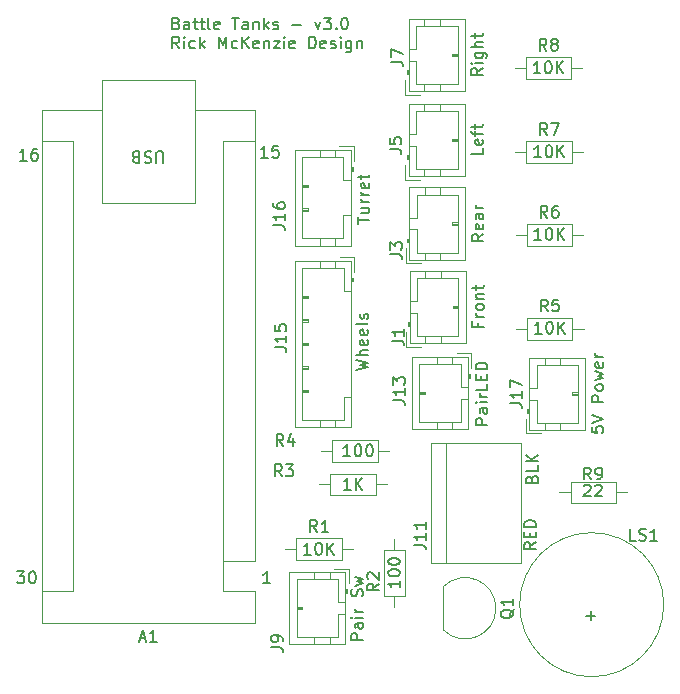
<source format=gbr>
%TF.GenerationSoftware,KiCad,Pcbnew,7.0.10*%
%TF.CreationDate,2024-06-28T17:48:14-04:00*%
%TF.ProjectId,LaserTank,4c617365-7254-4616-9e6b-2e6b69636164,rev?*%
%TF.SameCoordinates,Original*%
%TF.FileFunction,Legend,Top*%
%TF.FilePolarity,Positive*%
%FSLAX46Y46*%
G04 Gerber Fmt 4.6, Leading zero omitted, Abs format (unit mm)*
G04 Created by KiCad (PCBNEW 7.0.10) date 2024-06-28 17:48:14*
%MOMM*%
%LPD*%
G01*
G04 APERTURE LIST*
%ADD10C,0.150000*%
%ADD11C,0.120000*%
G04 APERTURE END LIST*
D10*
X117540112Y-77276009D02*
X117682969Y-77323628D01*
X117682969Y-77323628D02*
X117730588Y-77371247D01*
X117730588Y-77371247D02*
X117778207Y-77466485D01*
X117778207Y-77466485D02*
X117778207Y-77609342D01*
X117778207Y-77609342D02*
X117730588Y-77704580D01*
X117730588Y-77704580D02*
X117682969Y-77752200D01*
X117682969Y-77752200D02*
X117587731Y-77799819D01*
X117587731Y-77799819D02*
X117206779Y-77799819D01*
X117206779Y-77799819D02*
X117206779Y-76799819D01*
X117206779Y-76799819D02*
X117540112Y-76799819D01*
X117540112Y-76799819D02*
X117635350Y-76847438D01*
X117635350Y-76847438D02*
X117682969Y-76895057D01*
X117682969Y-76895057D02*
X117730588Y-76990295D01*
X117730588Y-76990295D02*
X117730588Y-77085533D01*
X117730588Y-77085533D02*
X117682969Y-77180771D01*
X117682969Y-77180771D02*
X117635350Y-77228390D01*
X117635350Y-77228390D02*
X117540112Y-77276009D01*
X117540112Y-77276009D02*
X117206779Y-77276009D01*
X118635350Y-77799819D02*
X118635350Y-77276009D01*
X118635350Y-77276009D02*
X118587731Y-77180771D01*
X118587731Y-77180771D02*
X118492493Y-77133152D01*
X118492493Y-77133152D02*
X118302017Y-77133152D01*
X118302017Y-77133152D02*
X118206779Y-77180771D01*
X118635350Y-77752200D02*
X118540112Y-77799819D01*
X118540112Y-77799819D02*
X118302017Y-77799819D01*
X118302017Y-77799819D02*
X118206779Y-77752200D01*
X118206779Y-77752200D02*
X118159160Y-77656961D01*
X118159160Y-77656961D02*
X118159160Y-77561723D01*
X118159160Y-77561723D02*
X118206779Y-77466485D01*
X118206779Y-77466485D02*
X118302017Y-77418866D01*
X118302017Y-77418866D02*
X118540112Y-77418866D01*
X118540112Y-77418866D02*
X118635350Y-77371247D01*
X118968684Y-77133152D02*
X119349636Y-77133152D01*
X119111541Y-76799819D02*
X119111541Y-77656961D01*
X119111541Y-77656961D02*
X119159160Y-77752200D01*
X119159160Y-77752200D02*
X119254398Y-77799819D01*
X119254398Y-77799819D02*
X119349636Y-77799819D01*
X119540113Y-77133152D02*
X119921065Y-77133152D01*
X119682970Y-76799819D02*
X119682970Y-77656961D01*
X119682970Y-77656961D02*
X119730589Y-77752200D01*
X119730589Y-77752200D02*
X119825827Y-77799819D01*
X119825827Y-77799819D02*
X119921065Y-77799819D01*
X120397256Y-77799819D02*
X120302018Y-77752200D01*
X120302018Y-77752200D02*
X120254399Y-77656961D01*
X120254399Y-77656961D02*
X120254399Y-76799819D01*
X121159161Y-77752200D02*
X121063923Y-77799819D01*
X121063923Y-77799819D02*
X120873447Y-77799819D01*
X120873447Y-77799819D02*
X120778209Y-77752200D01*
X120778209Y-77752200D02*
X120730590Y-77656961D01*
X120730590Y-77656961D02*
X120730590Y-77276009D01*
X120730590Y-77276009D02*
X120778209Y-77180771D01*
X120778209Y-77180771D02*
X120873447Y-77133152D01*
X120873447Y-77133152D02*
X121063923Y-77133152D01*
X121063923Y-77133152D02*
X121159161Y-77180771D01*
X121159161Y-77180771D02*
X121206780Y-77276009D01*
X121206780Y-77276009D02*
X121206780Y-77371247D01*
X121206780Y-77371247D02*
X120730590Y-77466485D01*
X122254400Y-76799819D02*
X122825828Y-76799819D01*
X122540114Y-77799819D02*
X122540114Y-76799819D01*
X123587733Y-77799819D02*
X123587733Y-77276009D01*
X123587733Y-77276009D02*
X123540114Y-77180771D01*
X123540114Y-77180771D02*
X123444876Y-77133152D01*
X123444876Y-77133152D02*
X123254400Y-77133152D01*
X123254400Y-77133152D02*
X123159162Y-77180771D01*
X123587733Y-77752200D02*
X123492495Y-77799819D01*
X123492495Y-77799819D02*
X123254400Y-77799819D01*
X123254400Y-77799819D02*
X123159162Y-77752200D01*
X123159162Y-77752200D02*
X123111543Y-77656961D01*
X123111543Y-77656961D02*
X123111543Y-77561723D01*
X123111543Y-77561723D02*
X123159162Y-77466485D01*
X123159162Y-77466485D02*
X123254400Y-77418866D01*
X123254400Y-77418866D02*
X123492495Y-77418866D01*
X123492495Y-77418866D02*
X123587733Y-77371247D01*
X124063924Y-77133152D02*
X124063924Y-77799819D01*
X124063924Y-77228390D02*
X124111543Y-77180771D01*
X124111543Y-77180771D02*
X124206781Y-77133152D01*
X124206781Y-77133152D02*
X124349638Y-77133152D01*
X124349638Y-77133152D02*
X124444876Y-77180771D01*
X124444876Y-77180771D02*
X124492495Y-77276009D01*
X124492495Y-77276009D02*
X124492495Y-77799819D01*
X124968686Y-77799819D02*
X124968686Y-76799819D01*
X125063924Y-77418866D02*
X125349638Y-77799819D01*
X125349638Y-77133152D02*
X124968686Y-77514104D01*
X125730591Y-77752200D02*
X125825829Y-77799819D01*
X125825829Y-77799819D02*
X126016305Y-77799819D01*
X126016305Y-77799819D02*
X126111543Y-77752200D01*
X126111543Y-77752200D02*
X126159162Y-77656961D01*
X126159162Y-77656961D02*
X126159162Y-77609342D01*
X126159162Y-77609342D02*
X126111543Y-77514104D01*
X126111543Y-77514104D02*
X126016305Y-77466485D01*
X126016305Y-77466485D02*
X125873448Y-77466485D01*
X125873448Y-77466485D02*
X125778210Y-77418866D01*
X125778210Y-77418866D02*
X125730591Y-77323628D01*
X125730591Y-77323628D02*
X125730591Y-77276009D01*
X125730591Y-77276009D02*
X125778210Y-77180771D01*
X125778210Y-77180771D02*
X125873448Y-77133152D01*
X125873448Y-77133152D02*
X126016305Y-77133152D01*
X126016305Y-77133152D02*
X126111543Y-77180771D01*
X127349639Y-77418866D02*
X128111544Y-77418866D01*
X129254401Y-77133152D02*
X129492496Y-77799819D01*
X129492496Y-77799819D02*
X129730591Y-77133152D01*
X130016306Y-76799819D02*
X130635353Y-76799819D01*
X130635353Y-76799819D02*
X130302020Y-77180771D01*
X130302020Y-77180771D02*
X130444877Y-77180771D01*
X130444877Y-77180771D02*
X130540115Y-77228390D01*
X130540115Y-77228390D02*
X130587734Y-77276009D01*
X130587734Y-77276009D02*
X130635353Y-77371247D01*
X130635353Y-77371247D02*
X130635353Y-77609342D01*
X130635353Y-77609342D02*
X130587734Y-77704580D01*
X130587734Y-77704580D02*
X130540115Y-77752200D01*
X130540115Y-77752200D02*
X130444877Y-77799819D01*
X130444877Y-77799819D02*
X130159163Y-77799819D01*
X130159163Y-77799819D02*
X130063925Y-77752200D01*
X130063925Y-77752200D02*
X130016306Y-77704580D01*
X131063925Y-77704580D02*
X131111544Y-77752200D01*
X131111544Y-77752200D02*
X131063925Y-77799819D01*
X131063925Y-77799819D02*
X131016306Y-77752200D01*
X131016306Y-77752200D02*
X131063925Y-77704580D01*
X131063925Y-77704580D02*
X131063925Y-77799819D01*
X131730591Y-76799819D02*
X131825829Y-76799819D01*
X131825829Y-76799819D02*
X131921067Y-76847438D01*
X131921067Y-76847438D02*
X131968686Y-76895057D01*
X131968686Y-76895057D02*
X132016305Y-76990295D01*
X132016305Y-76990295D02*
X132063924Y-77180771D01*
X132063924Y-77180771D02*
X132063924Y-77418866D01*
X132063924Y-77418866D02*
X132016305Y-77609342D01*
X132016305Y-77609342D02*
X131968686Y-77704580D01*
X131968686Y-77704580D02*
X131921067Y-77752200D01*
X131921067Y-77752200D02*
X131825829Y-77799819D01*
X131825829Y-77799819D02*
X131730591Y-77799819D01*
X131730591Y-77799819D02*
X131635353Y-77752200D01*
X131635353Y-77752200D02*
X131587734Y-77704580D01*
X131587734Y-77704580D02*
X131540115Y-77609342D01*
X131540115Y-77609342D02*
X131492496Y-77418866D01*
X131492496Y-77418866D02*
X131492496Y-77180771D01*
X131492496Y-77180771D02*
X131540115Y-76990295D01*
X131540115Y-76990295D02*
X131587734Y-76895057D01*
X131587734Y-76895057D02*
X131635353Y-76847438D01*
X131635353Y-76847438D02*
X131730591Y-76799819D01*
X117778207Y-79409819D02*
X117444874Y-78933628D01*
X117206779Y-79409819D02*
X117206779Y-78409819D01*
X117206779Y-78409819D02*
X117587731Y-78409819D01*
X117587731Y-78409819D02*
X117682969Y-78457438D01*
X117682969Y-78457438D02*
X117730588Y-78505057D01*
X117730588Y-78505057D02*
X117778207Y-78600295D01*
X117778207Y-78600295D02*
X117778207Y-78743152D01*
X117778207Y-78743152D02*
X117730588Y-78838390D01*
X117730588Y-78838390D02*
X117682969Y-78886009D01*
X117682969Y-78886009D02*
X117587731Y-78933628D01*
X117587731Y-78933628D02*
X117206779Y-78933628D01*
X118206779Y-79409819D02*
X118206779Y-78743152D01*
X118206779Y-78409819D02*
X118159160Y-78457438D01*
X118159160Y-78457438D02*
X118206779Y-78505057D01*
X118206779Y-78505057D02*
X118254398Y-78457438D01*
X118254398Y-78457438D02*
X118206779Y-78409819D01*
X118206779Y-78409819D02*
X118206779Y-78505057D01*
X119111540Y-79362200D02*
X119016302Y-79409819D01*
X119016302Y-79409819D02*
X118825826Y-79409819D01*
X118825826Y-79409819D02*
X118730588Y-79362200D01*
X118730588Y-79362200D02*
X118682969Y-79314580D01*
X118682969Y-79314580D02*
X118635350Y-79219342D01*
X118635350Y-79219342D02*
X118635350Y-78933628D01*
X118635350Y-78933628D02*
X118682969Y-78838390D01*
X118682969Y-78838390D02*
X118730588Y-78790771D01*
X118730588Y-78790771D02*
X118825826Y-78743152D01*
X118825826Y-78743152D02*
X119016302Y-78743152D01*
X119016302Y-78743152D02*
X119111540Y-78790771D01*
X119540112Y-79409819D02*
X119540112Y-78409819D01*
X119635350Y-79028866D02*
X119921064Y-79409819D01*
X119921064Y-78743152D02*
X119540112Y-79124104D01*
X121111541Y-79409819D02*
X121111541Y-78409819D01*
X121111541Y-78409819D02*
X121444874Y-79124104D01*
X121444874Y-79124104D02*
X121778207Y-78409819D01*
X121778207Y-78409819D02*
X121778207Y-79409819D01*
X122682969Y-79362200D02*
X122587731Y-79409819D01*
X122587731Y-79409819D02*
X122397255Y-79409819D01*
X122397255Y-79409819D02*
X122302017Y-79362200D01*
X122302017Y-79362200D02*
X122254398Y-79314580D01*
X122254398Y-79314580D02*
X122206779Y-79219342D01*
X122206779Y-79219342D02*
X122206779Y-78933628D01*
X122206779Y-78933628D02*
X122254398Y-78838390D01*
X122254398Y-78838390D02*
X122302017Y-78790771D01*
X122302017Y-78790771D02*
X122397255Y-78743152D01*
X122397255Y-78743152D02*
X122587731Y-78743152D01*
X122587731Y-78743152D02*
X122682969Y-78790771D01*
X123111541Y-79409819D02*
X123111541Y-78409819D01*
X123682969Y-79409819D02*
X123254398Y-78838390D01*
X123682969Y-78409819D02*
X123111541Y-78981247D01*
X124492493Y-79362200D02*
X124397255Y-79409819D01*
X124397255Y-79409819D02*
X124206779Y-79409819D01*
X124206779Y-79409819D02*
X124111541Y-79362200D01*
X124111541Y-79362200D02*
X124063922Y-79266961D01*
X124063922Y-79266961D02*
X124063922Y-78886009D01*
X124063922Y-78886009D02*
X124111541Y-78790771D01*
X124111541Y-78790771D02*
X124206779Y-78743152D01*
X124206779Y-78743152D02*
X124397255Y-78743152D01*
X124397255Y-78743152D02*
X124492493Y-78790771D01*
X124492493Y-78790771D02*
X124540112Y-78886009D01*
X124540112Y-78886009D02*
X124540112Y-78981247D01*
X124540112Y-78981247D02*
X124063922Y-79076485D01*
X124968684Y-78743152D02*
X124968684Y-79409819D01*
X124968684Y-78838390D02*
X125016303Y-78790771D01*
X125016303Y-78790771D02*
X125111541Y-78743152D01*
X125111541Y-78743152D02*
X125254398Y-78743152D01*
X125254398Y-78743152D02*
X125349636Y-78790771D01*
X125349636Y-78790771D02*
X125397255Y-78886009D01*
X125397255Y-78886009D02*
X125397255Y-79409819D01*
X125778208Y-78743152D02*
X126302017Y-78743152D01*
X126302017Y-78743152D02*
X125778208Y-79409819D01*
X125778208Y-79409819D02*
X126302017Y-79409819D01*
X126682970Y-79409819D02*
X126682970Y-78743152D01*
X126682970Y-78409819D02*
X126635351Y-78457438D01*
X126635351Y-78457438D02*
X126682970Y-78505057D01*
X126682970Y-78505057D02*
X126730589Y-78457438D01*
X126730589Y-78457438D02*
X126682970Y-78409819D01*
X126682970Y-78409819D02*
X126682970Y-78505057D01*
X127540112Y-79362200D02*
X127444874Y-79409819D01*
X127444874Y-79409819D02*
X127254398Y-79409819D01*
X127254398Y-79409819D02*
X127159160Y-79362200D01*
X127159160Y-79362200D02*
X127111541Y-79266961D01*
X127111541Y-79266961D02*
X127111541Y-78886009D01*
X127111541Y-78886009D02*
X127159160Y-78790771D01*
X127159160Y-78790771D02*
X127254398Y-78743152D01*
X127254398Y-78743152D02*
X127444874Y-78743152D01*
X127444874Y-78743152D02*
X127540112Y-78790771D01*
X127540112Y-78790771D02*
X127587731Y-78886009D01*
X127587731Y-78886009D02*
X127587731Y-78981247D01*
X127587731Y-78981247D02*
X127111541Y-79076485D01*
X128778208Y-79409819D02*
X128778208Y-78409819D01*
X128778208Y-78409819D02*
X129016303Y-78409819D01*
X129016303Y-78409819D02*
X129159160Y-78457438D01*
X129159160Y-78457438D02*
X129254398Y-78552676D01*
X129254398Y-78552676D02*
X129302017Y-78647914D01*
X129302017Y-78647914D02*
X129349636Y-78838390D01*
X129349636Y-78838390D02*
X129349636Y-78981247D01*
X129349636Y-78981247D02*
X129302017Y-79171723D01*
X129302017Y-79171723D02*
X129254398Y-79266961D01*
X129254398Y-79266961D02*
X129159160Y-79362200D01*
X129159160Y-79362200D02*
X129016303Y-79409819D01*
X129016303Y-79409819D02*
X128778208Y-79409819D01*
X130159160Y-79362200D02*
X130063922Y-79409819D01*
X130063922Y-79409819D02*
X129873446Y-79409819D01*
X129873446Y-79409819D02*
X129778208Y-79362200D01*
X129778208Y-79362200D02*
X129730589Y-79266961D01*
X129730589Y-79266961D02*
X129730589Y-78886009D01*
X129730589Y-78886009D02*
X129778208Y-78790771D01*
X129778208Y-78790771D02*
X129873446Y-78743152D01*
X129873446Y-78743152D02*
X130063922Y-78743152D01*
X130063922Y-78743152D02*
X130159160Y-78790771D01*
X130159160Y-78790771D02*
X130206779Y-78886009D01*
X130206779Y-78886009D02*
X130206779Y-78981247D01*
X130206779Y-78981247D02*
X129730589Y-79076485D01*
X130587732Y-79362200D02*
X130682970Y-79409819D01*
X130682970Y-79409819D02*
X130873446Y-79409819D01*
X130873446Y-79409819D02*
X130968684Y-79362200D01*
X130968684Y-79362200D02*
X131016303Y-79266961D01*
X131016303Y-79266961D02*
X131016303Y-79219342D01*
X131016303Y-79219342D02*
X130968684Y-79124104D01*
X130968684Y-79124104D02*
X130873446Y-79076485D01*
X130873446Y-79076485D02*
X130730589Y-79076485D01*
X130730589Y-79076485D02*
X130635351Y-79028866D01*
X130635351Y-79028866D02*
X130587732Y-78933628D01*
X130587732Y-78933628D02*
X130587732Y-78886009D01*
X130587732Y-78886009D02*
X130635351Y-78790771D01*
X130635351Y-78790771D02*
X130730589Y-78743152D01*
X130730589Y-78743152D02*
X130873446Y-78743152D01*
X130873446Y-78743152D02*
X130968684Y-78790771D01*
X131444875Y-79409819D02*
X131444875Y-78743152D01*
X131444875Y-78409819D02*
X131397256Y-78457438D01*
X131397256Y-78457438D02*
X131444875Y-78505057D01*
X131444875Y-78505057D02*
X131492494Y-78457438D01*
X131492494Y-78457438D02*
X131444875Y-78409819D01*
X131444875Y-78409819D02*
X131444875Y-78505057D01*
X132349636Y-78743152D02*
X132349636Y-79552676D01*
X132349636Y-79552676D02*
X132302017Y-79647914D01*
X132302017Y-79647914D02*
X132254398Y-79695533D01*
X132254398Y-79695533D02*
X132159160Y-79743152D01*
X132159160Y-79743152D02*
X132016303Y-79743152D01*
X132016303Y-79743152D02*
X131921065Y-79695533D01*
X132349636Y-79362200D02*
X132254398Y-79409819D01*
X132254398Y-79409819D02*
X132063922Y-79409819D01*
X132063922Y-79409819D02*
X131968684Y-79362200D01*
X131968684Y-79362200D02*
X131921065Y-79314580D01*
X131921065Y-79314580D02*
X131873446Y-79219342D01*
X131873446Y-79219342D02*
X131873446Y-78933628D01*
X131873446Y-78933628D02*
X131921065Y-78838390D01*
X131921065Y-78838390D02*
X131968684Y-78790771D01*
X131968684Y-78790771D02*
X132063922Y-78743152D01*
X132063922Y-78743152D02*
X132254398Y-78743152D01*
X132254398Y-78743152D02*
X132349636Y-78790771D01*
X132825827Y-78743152D02*
X132825827Y-79409819D01*
X132825827Y-78838390D02*
X132873446Y-78790771D01*
X132873446Y-78790771D02*
X132968684Y-78743152D01*
X132968684Y-78743152D02*
X133111541Y-78743152D01*
X133111541Y-78743152D02*
X133206779Y-78790771D01*
X133206779Y-78790771D02*
X133254398Y-78886009D01*
X133254398Y-78886009D02*
X133254398Y-79409819D01*
X104860588Y-88899819D02*
X104289160Y-88899819D01*
X104574874Y-88899819D02*
X104574874Y-87899819D01*
X104574874Y-87899819D02*
X104479636Y-88042676D01*
X104479636Y-88042676D02*
X104384398Y-88137914D01*
X104384398Y-88137914D02*
X104289160Y-88185533D01*
X105717731Y-87899819D02*
X105527255Y-87899819D01*
X105527255Y-87899819D02*
X105432017Y-87947438D01*
X105432017Y-87947438D02*
X105384398Y-87995057D01*
X105384398Y-87995057D02*
X105289160Y-88137914D01*
X105289160Y-88137914D02*
X105241541Y-88328390D01*
X105241541Y-88328390D02*
X105241541Y-88709342D01*
X105241541Y-88709342D02*
X105289160Y-88804580D01*
X105289160Y-88804580D02*
X105336779Y-88852200D01*
X105336779Y-88852200D02*
X105432017Y-88899819D01*
X105432017Y-88899819D02*
X105622493Y-88899819D01*
X105622493Y-88899819D02*
X105717731Y-88852200D01*
X105717731Y-88852200D02*
X105765350Y-88804580D01*
X105765350Y-88804580D02*
X105812969Y-88709342D01*
X105812969Y-88709342D02*
X105812969Y-88471247D01*
X105812969Y-88471247D02*
X105765350Y-88376009D01*
X105765350Y-88376009D02*
X105717731Y-88328390D01*
X105717731Y-88328390D02*
X105622493Y-88280771D01*
X105622493Y-88280771D02*
X105432017Y-88280771D01*
X105432017Y-88280771D02*
X105336779Y-88328390D01*
X105336779Y-88328390D02*
X105289160Y-88376009D01*
X105289160Y-88376009D02*
X105241541Y-88471247D01*
X147626009Y-115859887D02*
X147673628Y-115717030D01*
X147673628Y-115717030D02*
X147721247Y-115669411D01*
X147721247Y-115669411D02*
X147816485Y-115621792D01*
X147816485Y-115621792D02*
X147959342Y-115621792D01*
X147959342Y-115621792D02*
X148054580Y-115669411D01*
X148054580Y-115669411D02*
X148102200Y-115717030D01*
X148102200Y-115717030D02*
X148149819Y-115812268D01*
X148149819Y-115812268D02*
X148149819Y-116193220D01*
X148149819Y-116193220D02*
X147149819Y-116193220D01*
X147149819Y-116193220D02*
X147149819Y-115859887D01*
X147149819Y-115859887D02*
X147197438Y-115764649D01*
X147197438Y-115764649D02*
X147245057Y-115717030D01*
X147245057Y-115717030D02*
X147340295Y-115669411D01*
X147340295Y-115669411D02*
X147435533Y-115669411D01*
X147435533Y-115669411D02*
X147530771Y-115717030D01*
X147530771Y-115717030D02*
X147578390Y-115764649D01*
X147578390Y-115764649D02*
X147626009Y-115859887D01*
X147626009Y-115859887D02*
X147626009Y-116193220D01*
X148149819Y-114717030D02*
X148149819Y-115193220D01*
X148149819Y-115193220D02*
X147149819Y-115193220D01*
X148149819Y-114383696D02*
X147149819Y-114383696D01*
X148149819Y-113812268D02*
X147578390Y-114240839D01*
X147149819Y-113812268D02*
X147721247Y-114383696D01*
X147989819Y-121241792D02*
X147513628Y-121575125D01*
X147989819Y-121813220D02*
X146989819Y-121813220D01*
X146989819Y-121813220D02*
X146989819Y-121432268D01*
X146989819Y-121432268D02*
X147037438Y-121337030D01*
X147037438Y-121337030D02*
X147085057Y-121289411D01*
X147085057Y-121289411D02*
X147180295Y-121241792D01*
X147180295Y-121241792D02*
X147323152Y-121241792D01*
X147323152Y-121241792D02*
X147418390Y-121289411D01*
X147418390Y-121289411D02*
X147466009Y-121337030D01*
X147466009Y-121337030D02*
X147513628Y-121432268D01*
X147513628Y-121432268D02*
X147513628Y-121813220D01*
X147466009Y-120813220D02*
X147466009Y-120479887D01*
X147989819Y-120337030D02*
X147989819Y-120813220D01*
X147989819Y-120813220D02*
X146989819Y-120813220D01*
X146989819Y-120813220D02*
X146989819Y-120337030D01*
X147989819Y-119908458D02*
X146989819Y-119908458D01*
X146989819Y-119908458D02*
X146989819Y-119670363D01*
X146989819Y-119670363D02*
X147037438Y-119527506D01*
X147037438Y-119527506D02*
X147132676Y-119432268D01*
X147132676Y-119432268D02*
X147227914Y-119384649D01*
X147227914Y-119384649D02*
X147418390Y-119337030D01*
X147418390Y-119337030D02*
X147561247Y-119337030D01*
X147561247Y-119337030D02*
X147751723Y-119384649D01*
X147751723Y-119384649D02*
X147846961Y-119432268D01*
X147846961Y-119432268D02*
X147942200Y-119527506D01*
X147942200Y-119527506D02*
X147989819Y-119670363D01*
X147989819Y-119670363D02*
X147989819Y-119908458D01*
X125470588Y-124679819D02*
X124899160Y-124679819D01*
X125184874Y-124679819D02*
X125184874Y-123679819D01*
X125184874Y-123679819D02*
X125089636Y-123822676D01*
X125089636Y-123822676D02*
X124994398Y-123917914D01*
X124994398Y-123917914D02*
X124899160Y-123965533D01*
X125270588Y-88659819D02*
X124699160Y-88659819D01*
X124984874Y-88659819D02*
X124984874Y-87659819D01*
X124984874Y-87659819D02*
X124889636Y-87802676D01*
X124889636Y-87802676D02*
X124794398Y-87897914D01*
X124794398Y-87897914D02*
X124699160Y-87945533D01*
X126175350Y-87659819D02*
X125699160Y-87659819D01*
X125699160Y-87659819D02*
X125651541Y-88136009D01*
X125651541Y-88136009D02*
X125699160Y-88088390D01*
X125699160Y-88088390D02*
X125794398Y-88040771D01*
X125794398Y-88040771D02*
X126032493Y-88040771D01*
X126032493Y-88040771D02*
X126127731Y-88088390D01*
X126127731Y-88088390D02*
X126175350Y-88136009D01*
X126175350Y-88136009D02*
X126222969Y-88231247D01*
X126222969Y-88231247D02*
X126222969Y-88469342D01*
X126222969Y-88469342D02*
X126175350Y-88564580D01*
X126175350Y-88564580D02*
X126127731Y-88612200D01*
X126127731Y-88612200D02*
X126032493Y-88659819D01*
X126032493Y-88659819D02*
X125794398Y-88659819D01*
X125794398Y-88659819D02*
X125699160Y-88612200D01*
X125699160Y-88612200D02*
X125651541Y-88564580D01*
X104051541Y-123689819D02*
X104670588Y-123689819D01*
X104670588Y-123689819D02*
X104337255Y-124070771D01*
X104337255Y-124070771D02*
X104480112Y-124070771D01*
X104480112Y-124070771D02*
X104575350Y-124118390D01*
X104575350Y-124118390D02*
X104622969Y-124166009D01*
X104622969Y-124166009D02*
X104670588Y-124261247D01*
X104670588Y-124261247D02*
X104670588Y-124499342D01*
X104670588Y-124499342D02*
X104622969Y-124594580D01*
X104622969Y-124594580D02*
X104575350Y-124642200D01*
X104575350Y-124642200D02*
X104480112Y-124689819D01*
X104480112Y-124689819D02*
X104194398Y-124689819D01*
X104194398Y-124689819D02*
X104099160Y-124642200D01*
X104099160Y-124642200D02*
X104051541Y-124594580D01*
X105289636Y-123689819D02*
X105384874Y-123689819D01*
X105384874Y-123689819D02*
X105480112Y-123737438D01*
X105480112Y-123737438D02*
X105527731Y-123785057D01*
X105527731Y-123785057D02*
X105575350Y-123880295D01*
X105575350Y-123880295D02*
X105622969Y-124070771D01*
X105622969Y-124070771D02*
X105622969Y-124308866D01*
X105622969Y-124308866D02*
X105575350Y-124499342D01*
X105575350Y-124499342D02*
X105527731Y-124594580D01*
X105527731Y-124594580D02*
X105480112Y-124642200D01*
X105480112Y-124642200D02*
X105384874Y-124689819D01*
X105384874Y-124689819D02*
X105289636Y-124689819D01*
X105289636Y-124689819D02*
X105194398Y-124642200D01*
X105194398Y-124642200D02*
X105146779Y-124594580D01*
X105146779Y-124594580D02*
X105099160Y-124499342D01*
X105099160Y-124499342D02*
X105051541Y-124308866D01*
X105051541Y-124308866D02*
X105051541Y-124070771D01*
X105051541Y-124070771D02*
X105099160Y-123880295D01*
X105099160Y-123880295D02*
X105146779Y-123785057D01*
X105146779Y-123785057D02*
X105194398Y-123737438D01*
X105194398Y-123737438D02*
X105289636Y-123689819D01*
X135780819Y-104147333D02*
X136495104Y-104147333D01*
X136495104Y-104147333D02*
X136637961Y-104194952D01*
X136637961Y-104194952D02*
X136733200Y-104290190D01*
X136733200Y-104290190D02*
X136780819Y-104433047D01*
X136780819Y-104433047D02*
X136780819Y-104528285D01*
X136780819Y-103147333D02*
X136780819Y-103718761D01*
X136780819Y-103433047D02*
X135780819Y-103433047D01*
X135780819Y-103433047D02*
X135923676Y-103528285D01*
X135923676Y-103528285D02*
X136018914Y-103623523D01*
X136018914Y-103623523D02*
X136066533Y-103718761D01*
X143051009Y-102657143D02*
X143051009Y-102990476D01*
X143574819Y-102990476D02*
X142574819Y-102990476D01*
X142574819Y-102990476D02*
X142574819Y-102514286D01*
X143574819Y-102133333D02*
X142908152Y-102133333D01*
X143098628Y-102133333D02*
X143003390Y-102085714D01*
X143003390Y-102085714D02*
X142955771Y-102038095D01*
X142955771Y-102038095D02*
X142908152Y-101942857D01*
X142908152Y-101942857D02*
X142908152Y-101847619D01*
X143574819Y-101371428D02*
X143527200Y-101466666D01*
X143527200Y-101466666D02*
X143479580Y-101514285D01*
X143479580Y-101514285D02*
X143384342Y-101561904D01*
X143384342Y-101561904D02*
X143098628Y-101561904D01*
X143098628Y-101561904D02*
X143003390Y-101514285D01*
X143003390Y-101514285D02*
X142955771Y-101466666D01*
X142955771Y-101466666D02*
X142908152Y-101371428D01*
X142908152Y-101371428D02*
X142908152Y-101228571D01*
X142908152Y-101228571D02*
X142955771Y-101133333D01*
X142955771Y-101133333D02*
X143003390Y-101085714D01*
X143003390Y-101085714D02*
X143098628Y-101038095D01*
X143098628Y-101038095D02*
X143384342Y-101038095D01*
X143384342Y-101038095D02*
X143479580Y-101085714D01*
X143479580Y-101085714D02*
X143527200Y-101133333D01*
X143527200Y-101133333D02*
X143574819Y-101228571D01*
X143574819Y-101228571D02*
X143574819Y-101371428D01*
X142908152Y-100609523D02*
X143574819Y-100609523D01*
X143003390Y-100609523D02*
X142955771Y-100561904D01*
X142955771Y-100561904D02*
X142908152Y-100466666D01*
X142908152Y-100466666D02*
X142908152Y-100323809D01*
X142908152Y-100323809D02*
X142955771Y-100228571D01*
X142955771Y-100228571D02*
X143051009Y-100180952D01*
X143051009Y-100180952D02*
X143574819Y-100180952D01*
X142908152Y-99847618D02*
X142908152Y-99466666D01*
X142574819Y-99704761D02*
X143431961Y-99704761D01*
X143431961Y-99704761D02*
X143527200Y-99657142D01*
X143527200Y-99657142D02*
X143574819Y-99561904D01*
X143574819Y-99561904D02*
X143574819Y-99466666D01*
X137654819Y-121449523D02*
X138369104Y-121449523D01*
X138369104Y-121449523D02*
X138511961Y-121497142D01*
X138511961Y-121497142D02*
X138607200Y-121592380D01*
X138607200Y-121592380D02*
X138654819Y-121735237D01*
X138654819Y-121735237D02*
X138654819Y-121830475D01*
X138654819Y-120449523D02*
X138654819Y-121020951D01*
X138654819Y-120735237D02*
X137654819Y-120735237D01*
X137654819Y-120735237D02*
X137797676Y-120830475D01*
X137797676Y-120830475D02*
X137892914Y-120925713D01*
X137892914Y-120925713D02*
X137940533Y-121020951D01*
X138654819Y-119497142D02*
X138654819Y-120068570D01*
X138654819Y-119782856D02*
X137654819Y-119782856D01*
X137654819Y-119782856D02*
X137797676Y-119878094D01*
X137797676Y-119878094D02*
X137892914Y-119973332D01*
X137892914Y-119973332D02*
X137940533Y-120068570D01*
X145794819Y-109449523D02*
X146509104Y-109449523D01*
X146509104Y-109449523D02*
X146651961Y-109497142D01*
X146651961Y-109497142D02*
X146747200Y-109592380D01*
X146747200Y-109592380D02*
X146794819Y-109735237D01*
X146794819Y-109735237D02*
X146794819Y-109830475D01*
X146794819Y-108449523D02*
X146794819Y-109020951D01*
X146794819Y-108735237D02*
X145794819Y-108735237D01*
X145794819Y-108735237D02*
X145937676Y-108830475D01*
X145937676Y-108830475D02*
X146032914Y-108925713D01*
X146032914Y-108925713D02*
X146080533Y-109020951D01*
X145794819Y-108116189D02*
X145794819Y-107449523D01*
X145794819Y-107449523D02*
X146794819Y-107878094D01*
X152684819Y-111425714D02*
X152684819Y-111901904D01*
X152684819Y-111901904D02*
X153161009Y-111949523D01*
X153161009Y-111949523D02*
X153113390Y-111901904D01*
X153113390Y-111901904D02*
X153065771Y-111806666D01*
X153065771Y-111806666D02*
X153065771Y-111568571D01*
X153065771Y-111568571D02*
X153113390Y-111473333D01*
X153113390Y-111473333D02*
X153161009Y-111425714D01*
X153161009Y-111425714D02*
X153256247Y-111378095D01*
X153256247Y-111378095D02*
X153494342Y-111378095D01*
X153494342Y-111378095D02*
X153589580Y-111425714D01*
X153589580Y-111425714D02*
X153637200Y-111473333D01*
X153637200Y-111473333D02*
X153684819Y-111568571D01*
X153684819Y-111568571D02*
X153684819Y-111806666D01*
X153684819Y-111806666D02*
X153637200Y-111901904D01*
X153637200Y-111901904D02*
X153589580Y-111949523D01*
X152684819Y-111092380D02*
X153684819Y-110759047D01*
X153684819Y-110759047D02*
X152684819Y-110425714D01*
X153684819Y-109330475D02*
X152684819Y-109330475D01*
X152684819Y-109330475D02*
X152684819Y-108949523D01*
X152684819Y-108949523D02*
X152732438Y-108854285D01*
X152732438Y-108854285D02*
X152780057Y-108806666D01*
X152780057Y-108806666D02*
X152875295Y-108759047D01*
X152875295Y-108759047D02*
X153018152Y-108759047D01*
X153018152Y-108759047D02*
X153113390Y-108806666D01*
X153113390Y-108806666D02*
X153161009Y-108854285D01*
X153161009Y-108854285D02*
X153208628Y-108949523D01*
X153208628Y-108949523D02*
X153208628Y-109330475D01*
X153684819Y-108187618D02*
X153637200Y-108282856D01*
X153637200Y-108282856D02*
X153589580Y-108330475D01*
X153589580Y-108330475D02*
X153494342Y-108378094D01*
X153494342Y-108378094D02*
X153208628Y-108378094D01*
X153208628Y-108378094D02*
X153113390Y-108330475D01*
X153113390Y-108330475D02*
X153065771Y-108282856D01*
X153065771Y-108282856D02*
X153018152Y-108187618D01*
X153018152Y-108187618D02*
X153018152Y-108044761D01*
X153018152Y-108044761D02*
X153065771Y-107949523D01*
X153065771Y-107949523D02*
X153113390Y-107901904D01*
X153113390Y-107901904D02*
X153208628Y-107854285D01*
X153208628Y-107854285D02*
X153494342Y-107854285D01*
X153494342Y-107854285D02*
X153589580Y-107901904D01*
X153589580Y-107901904D02*
X153637200Y-107949523D01*
X153637200Y-107949523D02*
X153684819Y-108044761D01*
X153684819Y-108044761D02*
X153684819Y-108187618D01*
X153018152Y-107520951D02*
X153684819Y-107330475D01*
X153684819Y-107330475D02*
X153208628Y-107139999D01*
X153208628Y-107139999D02*
X153684819Y-106949523D01*
X153684819Y-106949523D02*
X153018152Y-106759047D01*
X153637200Y-105997142D02*
X153684819Y-106092380D01*
X153684819Y-106092380D02*
X153684819Y-106282856D01*
X153684819Y-106282856D02*
X153637200Y-106378094D01*
X153637200Y-106378094D02*
X153541961Y-106425713D01*
X153541961Y-106425713D02*
X153161009Y-106425713D01*
X153161009Y-106425713D02*
X153065771Y-106378094D01*
X153065771Y-106378094D02*
X153018152Y-106282856D01*
X153018152Y-106282856D02*
X153018152Y-106092380D01*
X153018152Y-106092380D02*
X153065771Y-105997142D01*
X153065771Y-105997142D02*
X153161009Y-105949523D01*
X153161009Y-105949523D02*
X153256247Y-105949523D01*
X153256247Y-105949523D02*
X153351485Y-106425713D01*
X153684819Y-105520951D02*
X153018152Y-105520951D01*
X153208628Y-105520951D02*
X153113390Y-105473332D01*
X153113390Y-105473332D02*
X153065771Y-105425713D01*
X153065771Y-105425713D02*
X153018152Y-105330475D01*
X153018152Y-105330475D02*
X153018152Y-105235237D01*
X146100057Y-126905238D02*
X146052438Y-127000476D01*
X146052438Y-127000476D02*
X145957200Y-127095714D01*
X145957200Y-127095714D02*
X145814342Y-127238571D01*
X145814342Y-127238571D02*
X145766723Y-127333809D01*
X145766723Y-127333809D02*
X145766723Y-127429047D01*
X146004819Y-127381428D02*
X145957200Y-127476666D01*
X145957200Y-127476666D02*
X145861961Y-127571904D01*
X145861961Y-127571904D02*
X145671485Y-127619523D01*
X145671485Y-127619523D02*
X145338152Y-127619523D01*
X145338152Y-127619523D02*
X145147676Y-127571904D01*
X145147676Y-127571904D02*
X145052438Y-127476666D01*
X145052438Y-127476666D02*
X145004819Y-127381428D01*
X145004819Y-127381428D02*
X145004819Y-127190952D01*
X145004819Y-127190952D02*
X145052438Y-127095714D01*
X145052438Y-127095714D02*
X145147676Y-127000476D01*
X145147676Y-127000476D02*
X145338152Y-126952857D01*
X145338152Y-126952857D02*
X145671485Y-126952857D01*
X145671485Y-126952857D02*
X145861961Y-127000476D01*
X145861961Y-127000476D02*
X145957200Y-127095714D01*
X145957200Y-127095714D02*
X146004819Y-127190952D01*
X146004819Y-127190952D02*
X146004819Y-127381428D01*
X146004819Y-126000476D02*
X146004819Y-126571904D01*
X146004819Y-126286190D02*
X145004819Y-126286190D01*
X145004819Y-126286190D02*
X145147676Y-126381428D01*
X145147676Y-126381428D02*
X145242914Y-126476666D01*
X145242914Y-126476666D02*
X145290533Y-126571904D01*
X148983333Y-101674819D02*
X148650000Y-101198628D01*
X148411905Y-101674819D02*
X148411905Y-100674819D01*
X148411905Y-100674819D02*
X148792857Y-100674819D01*
X148792857Y-100674819D02*
X148888095Y-100722438D01*
X148888095Y-100722438D02*
X148935714Y-100770057D01*
X148935714Y-100770057D02*
X148983333Y-100865295D01*
X148983333Y-100865295D02*
X148983333Y-101008152D01*
X148983333Y-101008152D02*
X148935714Y-101103390D01*
X148935714Y-101103390D02*
X148888095Y-101151009D01*
X148888095Y-101151009D02*
X148792857Y-101198628D01*
X148792857Y-101198628D02*
X148411905Y-101198628D01*
X149888095Y-100674819D02*
X149411905Y-100674819D01*
X149411905Y-100674819D02*
X149364286Y-101151009D01*
X149364286Y-101151009D02*
X149411905Y-101103390D01*
X149411905Y-101103390D02*
X149507143Y-101055771D01*
X149507143Y-101055771D02*
X149745238Y-101055771D01*
X149745238Y-101055771D02*
X149840476Y-101103390D01*
X149840476Y-101103390D02*
X149888095Y-101151009D01*
X149888095Y-101151009D02*
X149935714Y-101246247D01*
X149935714Y-101246247D02*
X149935714Y-101484342D01*
X149935714Y-101484342D02*
X149888095Y-101579580D01*
X149888095Y-101579580D02*
X149840476Y-101627200D01*
X149840476Y-101627200D02*
X149745238Y-101674819D01*
X149745238Y-101674819D02*
X149507143Y-101674819D01*
X149507143Y-101674819D02*
X149411905Y-101627200D01*
X149411905Y-101627200D02*
X149364286Y-101579580D01*
X148459523Y-103552819D02*
X147888095Y-103552819D01*
X148173809Y-103552819D02*
X148173809Y-102552819D01*
X148173809Y-102552819D02*
X148078571Y-102695676D01*
X148078571Y-102695676D02*
X147983333Y-102790914D01*
X147983333Y-102790914D02*
X147888095Y-102838533D01*
X149078571Y-102552819D02*
X149173809Y-102552819D01*
X149173809Y-102552819D02*
X149269047Y-102600438D01*
X149269047Y-102600438D02*
X149316666Y-102648057D01*
X149316666Y-102648057D02*
X149364285Y-102743295D01*
X149364285Y-102743295D02*
X149411904Y-102933771D01*
X149411904Y-102933771D02*
X149411904Y-103171866D01*
X149411904Y-103171866D02*
X149364285Y-103362342D01*
X149364285Y-103362342D02*
X149316666Y-103457580D01*
X149316666Y-103457580D02*
X149269047Y-103505200D01*
X149269047Y-103505200D02*
X149173809Y-103552819D01*
X149173809Y-103552819D02*
X149078571Y-103552819D01*
X149078571Y-103552819D02*
X148983333Y-103505200D01*
X148983333Y-103505200D02*
X148935714Y-103457580D01*
X148935714Y-103457580D02*
X148888095Y-103362342D01*
X148888095Y-103362342D02*
X148840476Y-103171866D01*
X148840476Y-103171866D02*
X148840476Y-102933771D01*
X148840476Y-102933771D02*
X148888095Y-102743295D01*
X148888095Y-102743295D02*
X148935714Y-102648057D01*
X148935714Y-102648057D02*
X148983333Y-102600438D01*
X148983333Y-102600438D02*
X149078571Y-102552819D01*
X149840476Y-103552819D02*
X149840476Y-102552819D01*
X150411904Y-103552819D02*
X149983333Y-102981390D01*
X150411904Y-102552819D02*
X149840476Y-103124247D01*
X129443333Y-120354819D02*
X129110000Y-119878628D01*
X128871905Y-120354819D02*
X128871905Y-119354819D01*
X128871905Y-119354819D02*
X129252857Y-119354819D01*
X129252857Y-119354819D02*
X129348095Y-119402438D01*
X129348095Y-119402438D02*
X129395714Y-119450057D01*
X129395714Y-119450057D02*
X129443333Y-119545295D01*
X129443333Y-119545295D02*
X129443333Y-119688152D01*
X129443333Y-119688152D02*
X129395714Y-119783390D01*
X129395714Y-119783390D02*
X129348095Y-119831009D01*
X129348095Y-119831009D02*
X129252857Y-119878628D01*
X129252857Y-119878628D02*
X128871905Y-119878628D01*
X130395714Y-120354819D02*
X129824286Y-120354819D01*
X130110000Y-120354819D02*
X130110000Y-119354819D01*
X130110000Y-119354819D02*
X130014762Y-119497676D01*
X130014762Y-119497676D02*
X129919524Y-119592914D01*
X129919524Y-119592914D02*
X129824286Y-119640533D01*
X128919523Y-122274819D02*
X128348095Y-122274819D01*
X128633809Y-122274819D02*
X128633809Y-121274819D01*
X128633809Y-121274819D02*
X128538571Y-121417676D01*
X128538571Y-121417676D02*
X128443333Y-121512914D01*
X128443333Y-121512914D02*
X128348095Y-121560533D01*
X129538571Y-121274819D02*
X129633809Y-121274819D01*
X129633809Y-121274819D02*
X129729047Y-121322438D01*
X129729047Y-121322438D02*
X129776666Y-121370057D01*
X129776666Y-121370057D02*
X129824285Y-121465295D01*
X129824285Y-121465295D02*
X129871904Y-121655771D01*
X129871904Y-121655771D02*
X129871904Y-121893866D01*
X129871904Y-121893866D02*
X129824285Y-122084342D01*
X129824285Y-122084342D02*
X129776666Y-122179580D01*
X129776666Y-122179580D02*
X129729047Y-122227200D01*
X129729047Y-122227200D02*
X129633809Y-122274819D01*
X129633809Y-122274819D02*
X129538571Y-122274819D01*
X129538571Y-122274819D02*
X129443333Y-122227200D01*
X129443333Y-122227200D02*
X129395714Y-122179580D01*
X129395714Y-122179580D02*
X129348095Y-122084342D01*
X129348095Y-122084342D02*
X129300476Y-121893866D01*
X129300476Y-121893866D02*
X129300476Y-121655771D01*
X129300476Y-121655771D02*
X129348095Y-121465295D01*
X129348095Y-121465295D02*
X129395714Y-121370057D01*
X129395714Y-121370057D02*
X129443333Y-121322438D01*
X129443333Y-121322438D02*
X129538571Y-121274819D01*
X130300476Y-122274819D02*
X130300476Y-121274819D01*
X130871904Y-122274819D02*
X130443333Y-121703390D01*
X130871904Y-121274819D02*
X130300476Y-121846247D01*
X125544819Y-130093333D02*
X126259104Y-130093333D01*
X126259104Y-130093333D02*
X126401961Y-130140952D01*
X126401961Y-130140952D02*
X126497200Y-130236190D01*
X126497200Y-130236190D02*
X126544819Y-130379047D01*
X126544819Y-130379047D02*
X126544819Y-130474285D01*
X126544819Y-129569523D02*
X126544819Y-129379047D01*
X126544819Y-129379047D02*
X126497200Y-129283809D01*
X126497200Y-129283809D02*
X126449580Y-129236190D01*
X126449580Y-129236190D02*
X126306723Y-129140952D01*
X126306723Y-129140952D02*
X126116247Y-129093333D01*
X126116247Y-129093333D02*
X125735295Y-129093333D01*
X125735295Y-129093333D02*
X125640057Y-129140952D01*
X125640057Y-129140952D02*
X125592438Y-129188571D01*
X125592438Y-129188571D02*
X125544819Y-129283809D01*
X125544819Y-129283809D02*
X125544819Y-129474285D01*
X125544819Y-129474285D02*
X125592438Y-129569523D01*
X125592438Y-129569523D02*
X125640057Y-129617142D01*
X125640057Y-129617142D02*
X125735295Y-129664761D01*
X125735295Y-129664761D02*
X125973390Y-129664761D01*
X125973390Y-129664761D02*
X126068628Y-129617142D01*
X126068628Y-129617142D02*
X126116247Y-129569523D01*
X126116247Y-129569523D02*
X126163866Y-129474285D01*
X126163866Y-129474285D02*
X126163866Y-129283809D01*
X126163866Y-129283809D02*
X126116247Y-129188571D01*
X126116247Y-129188571D02*
X126068628Y-129140952D01*
X126068628Y-129140952D02*
X125973390Y-129093333D01*
X133324819Y-129502856D02*
X132324819Y-129502856D01*
X132324819Y-129502856D02*
X132324819Y-129121904D01*
X132324819Y-129121904D02*
X132372438Y-129026666D01*
X132372438Y-129026666D02*
X132420057Y-128979047D01*
X132420057Y-128979047D02*
X132515295Y-128931428D01*
X132515295Y-128931428D02*
X132658152Y-128931428D01*
X132658152Y-128931428D02*
X132753390Y-128979047D01*
X132753390Y-128979047D02*
X132801009Y-129026666D01*
X132801009Y-129026666D02*
X132848628Y-129121904D01*
X132848628Y-129121904D02*
X132848628Y-129502856D01*
X133324819Y-128074285D02*
X132801009Y-128074285D01*
X132801009Y-128074285D02*
X132705771Y-128121904D01*
X132705771Y-128121904D02*
X132658152Y-128217142D01*
X132658152Y-128217142D02*
X132658152Y-128407618D01*
X132658152Y-128407618D02*
X132705771Y-128502856D01*
X133277200Y-128074285D02*
X133324819Y-128169523D01*
X133324819Y-128169523D02*
X133324819Y-128407618D01*
X133324819Y-128407618D02*
X133277200Y-128502856D01*
X133277200Y-128502856D02*
X133181961Y-128550475D01*
X133181961Y-128550475D02*
X133086723Y-128550475D01*
X133086723Y-128550475D02*
X132991485Y-128502856D01*
X132991485Y-128502856D02*
X132943866Y-128407618D01*
X132943866Y-128407618D02*
X132943866Y-128169523D01*
X132943866Y-128169523D02*
X132896247Y-128074285D01*
X133324819Y-127598094D02*
X132658152Y-127598094D01*
X132324819Y-127598094D02*
X132372438Y-127645713D01*
X132372438Y-127645713D02*
X132420057Y-127598094D01*
X132420057Y-127598094D02*
X132372438Y-127550475D01*
X132372438Y-127550475D02*
X132324819Y-127598094D01*
X132324819Y-127598094D02*
X132420057Y-127598094D01*
X133324819Y-127121904D02*
X132658152Y-127121904D01*
X132848628Y-127121904D02*
X132753390Y-127074285D01*
X132753390Y-127074285D02*
X132705771Y-127026666D01*
X132705771Y-127026666D02*
X132658152Y-126931428D01*
X132658152Y-126931428D02*
X132658152Y-126836190D01*
X133277200Y-125788570D02*
X133324819Y-125645713D01*
X133324819Y-125645713D02*
X133324819Y-125407618D01*
X133324819Y-125407618D02*
X133277200Y-125312380D01*
X133277200Y-125312380D02*
X133229580Y-125264761D01*
X133229580Y-125264761D02*
X133134342Y-125217142D01*
X133134342Y-125217142D02*
X133039104Y-125217142D01*
X133039104Y-125217142D02*
X132943866Y-125264761D01*
X132943866Y-125264761D02*
X132896247Y-125312380D01*
X132896247Y-125312380D02*
X132848628Y-125407618D01*
X132848628Y-125407618D02*
X132801009Y-125598094D01*
X132801009Y-125598094D02*
X132753390Y-125693332D01*
X132753390Y-125693332D02*
X132705771Y-125740951D01*
X132705771Y-125740951D02*
X132610533Y-125788570D01*
X132610533Y-125788570D02*
X132515295Y-125788570D01*
X132515295Y-125788570D02*
X132420057Y-125740951D01*
X132420057Y-125740951D02*
X132372438Y-125693332D01*
X132372438Y-125693332D02*
X132324819Y-125598094D01*
X132324819Y-125598094D02*
X132324819Y-125359999D01*
X132324819Y-125359999D02*
X132372438Y-125217142D01*
X132658152Y-124883808D02*
X133324819Y-124693332D01*
X133324819Y-124693332D02*
X132848628Y-124502856D01*
X132848628Y-124502856D02*
X133324819Y-124312380D01*
X133324819Y-124312380D02*
X132658152Y-124121904D01*
X135874819Y-109199523D02*
X136589104Y-109199523D01*
X136589104Y-109199523D02*
X136731961Y-109247142D01*
X136731961Y-109247142D02*
X136827200Y-109342380D01*
X136827200Y-109342380D02*
X136874819Y-109485237D01*
X136874819Y-109485237D02*
X136874819Y-109580475D01*
X136874819Y-108199523D02*
X136874819Y-108770951D01*
X136874819Y-108485237D02*
X135874819Y-108485237D01*
X135874819Y-108485237D02*
X136017676Y-108580475D01*
X136017676Y-108580475D02*
X136112914Y-108675713D01*
X136112914Y-108675713D02*
X136160533Y-108770951D01*
X135874819Y-107866189D02*
X135874819Y-107247142D01*
X135874819Y-107247142D02*
X136255771Y-107580475D01*
X136255771Y-107580475D02*
X136255771Y-107437618D01*
X136255771Y-107437618D02*
X136303390Y-107342380D01*
X136303390Y-107342380D02*
X136351009Y-107294761D01*
X136351009Y-107294761D02*
X136446247Y-107247142D01*
X136446247Y-107247142D02*
X136684342Y-107247142D01*
X136684342Y-107247142D02*
X136779580Y-107294761D01*
X136779580Y-107294761D02*
X136827200Y-107342380D01*
X136827200Y-107342380D02*
X136874819Y-107437618D01*
X136874819Y-107437618D02*
X136874819Y-107723332D01*
X136874819Y-107723332D02*
X136827200Y-107818570D01*
X136827200Y-107818570D02*
X136779580Y-107866189D01*
X143874819Y-111289047D02*
X142874819Y-111289047D01*
X142874819Y-111289047D02*
X142874819Y-110908095D01*
X142874819Y-110908095D02*
X142922438Y-110812857D01*
X142922438Y-110812857D02*
X142970057Y-110765238D01*
X142970057Y-110765238D02*
X143065295Y-110717619D01*
X143065295Y-110717619D02*
X143208152Y-110717619D01*
X143208152Y-110717619D02*
X143303390Y-110765238D01*
X143303390Y-110765238D02*
X143351009Y-110812857D01*
X143351009Y-110812857D02*
X143398628Y-110908095D01*
X143398628Y-110908095D02*
X143398628Y-111289047D01*
X143874819Y-109860476D02*
X143351009Y-109860476D01*
X143351009Y-109860476D02*
X143255771Y-109908095D01*
X143255771Y-109908095D02*
X143208152Y-110003333D01*
X143208152Y-110003333D02*
X143208152Y-110193809D01*
X143208152Y-110193809D02*
X143255771Y-110289047D01*
X143827200Y-109860476D02*
X143874819Y-109955714D01*
X143874819Y-109955714D02*
X143874819Y-110193809D01*
X143874819Y-110193809D02*
X143827200Y-110289047D01*
X143827200Y-110289047D02*
X143731961Y-110336666D01*
X143731961Y-110336666D02*
X143636723Y-110336666D01*
X143636723Y-110336666D02*
X143541485Y-110289047D01*
X143541485Y-110289047D02*
X143493866Y-110193809D01*
X143493866Y-110193809D02*
X143493866Y-109955714D01*
X143493866Y-109955714D02*
X143446247Y-109860476D01*
X143874819Y-109384285D02*
X143208152Y-109384285D01*
X142874819Y-109384285D02*
X142922438Y-109431904D01*
X142922438Y-109431904D02*
X142970057Y-109384285D01*
X142970057Y-109384285D02*
X142922438Y-109336666D01*
X142922438Y-109336666D02*
X142874819Y-109384285D01*
X142874819Y-109384285D02*
X142970057Y-109384285D01*
X143874819Y-108908095D02*
X143208152Y-108908095D01*
X143398628Y-108908095D02*
X143303390Y-108860476D01*
X143303390Y-108860476D02*
X143255771Y-108812857D01*
X143255771Y-108812857D02*
X143208152Y-108717619D01*
X143208152Y-108717619D02*
X143208152Y-108622381D01*
X143874819Y-107812857D02*
X143874819Y-108289047D01*
X143874819Y-108289047D02*
X142874819Y-108289047D01*
X143351009Y-107479523D02*
X143351009Y-107146190D01*
X143874819Y-107003333D02*
X143874819Y-107479523D01*
X143874819Y-107479523D02*
X142874819Y-107479523D01*
X142874819Y-107479523D02*
X142874819Y-107003333D01*
X143874819Y-106574761D02*
X142874819Y-106574761D01*
X142874819Y-106574761D02*
X142874819Y-106336666D01*
X142874819Y-106336666D02*
X142922438Y-106193809D01*
X142922438Y-106193809D02*
X143017676Y-106098571D01*
X143017676Y-106098571D02*
X143112914Y-106050952D01*
X143112914Y-106050952D02*
X143303390Y-106003333D01*
X143303390Y-106003333D02*
X143446247Y-106003333D01*
X143446247Y-106003333D02*
X143636723Y-106050952D01*
X143636723Y-106050952D02*
X143731961Y-106098571D01*
X143731961Y-106098571D02*
X143827200Y-106193809D01*
X143827200Y-106193809D02*
X143874819Y-106336666D01*
X143874819Y-106336666D02*
X143874819Y-106574761D01*
X125854819Y-104729523D02*
X126569104Y-104729523D01*
X126569104Y-104729523D02*
X126711961Y-104777142D01*
X126711961Y-104777142D02*
X126807200Y-104872380D01*
X126807200Y-104872380D02*
X126854819Y-105015237D01*
X126854819Y-105015237D02*
X126854819Y-105110475D01*
X126854819Y-103729523D02*
X126854819Y-104300951D01*
X126854819Y-104015237D02*
X125854819Y-104015237D01*
X125854819Y-104015237D02*
X125997676Y-104110475D01*
X125997676Y-104110475D02*
X126092914Y-104205713D01*
X126092914Y-104205713D02*
X126140533Y-104300951D01*
X125854819Y-102824761D02*
X125854819Y-103300951D01*
X125854819Y-103300951D02*
X126331009Y-103348570D01*
X126331009Y-103348570D02*
X126283390Y-103300951D01*
X126283390Y-103300951D02*
X126235771Y-103205713D01*
X126235771Y-103205713D02*
X126235771Y-102967618D01*
X126235771Y-102967618D02*
X126283390Y-102872380D01*
X126283390Y-102872380D02*
X126331009Y-102824761D01*
X126331009Y-102824761D02*
X126426247Y-102777142D01*
X126426247Y-102777142D02*
X126664342Y-102777142D01*
X126664342Y-102777142D02*
X126759580Y-102824761D01*
X126759580Y-102824761D02*
X126807200Y-102872380D01*
X126807200Y-102872380D02*
X126854819Y-102967618D01*
X126854819Y-102967618D02*
X126854819Y-103205713D01*
X126854819Y-103205713D02*
X126807200Y-103300951D01*
X126807200Y-103300951D02*
X126759580Y-103348570D01*
X132764819Y-106634761D02*
X133764819Y-106396666D01*
X133764819Y-106396666D02*
X133050533Y-106206190D01*
X133050533Y-106206190D02*
X133764819Y-106015714D01*
X133764819Y-106015714D02*
X132764819Y-105777619D01*
X133764819Y-105396666D02*
X132764819Y-105396666D01*
X133764819Y-104968095D02*
X133241009Y-104968095D01*
X133241009Y-104968095D02*
X133145771Y-105015714D01*
X133145771Y-105015714D02*
X133098152Y-105110952D01*
X133098152Y-105110952D02*
X133098152Y-105253809D01*
X133098152Y-105253809D02*
X133145771Y-105349047D01*
X133145771Y-105349047D02*
X133193390Y-105396666D01*
X133717200Y-104110952D02*
X133764819Y-104206190D01*
X133764819Y-104206190D02*
X133764819Y-104396666D01*
X133764819Y-104396666D02*
X133717200Y-104491904D01*
X133717200Y-104491904D02*
X133621961Y-104539523D01*
X133621961Y-104539523D02*
X133241009Y-104539523D01*
X133241009Y-104539523D02*
X133145771Y-104491904D01*
X133145771Y-104491904D02*
X133098152Y-104396666D01*
X133098152Y-104396666D02*
X133098152Y-104206190D01*
X133098152Y-104206190D02*
X133145771Y-104110952D01*
X133145771Y-104110952D02*
X133241009Y-104063333D01*
X133241009Y-104063333D02*
X133336247Y-104063333D01*
X133336247Y-104063333D02*
X133431485Y-104539523D01*
X133717200Y-103253809D02*
X133764819Y-103349047D01*
X133764819Y-103349047D02*
X133764819Y-103539523D01*
X133764819Y-103539523D02*
X133717200Y-103634761D01*
X133717200Y-103634761D02*
X133621961Y-103682380D01*
X133621961Y-103682380D02*
X133241009Y-103682380D01*
X133241009Y-103682380D02*
X133145771Y-103634761D01*
X133145771Y-103634761D02*
X133098152Y-103539523D01*
X133098152Y-103539523D02*
X133098152Y-103349047D01*
X133098152Y-103349047D02*
X133145771Y-103253809D01*
X133145771Y-103253809D02*
X133241009Y-103206190D01*
X133241009Y-103206190D02*
X133336247Y-103206190D01*
X133336247Y-103206190D02*
X133431485Y-103682380D01*
X133764819Y-102634761D02*
X133717200Y-102729999D01*
X133717200Y-102729999D02*
X133621961Y-102777618D01*
X133621961Y-102777618D02*
X132764819Y-102777618D01*
X133717200Y-102301427D02*
X133764819Y-102206189D01*
X133764819Y-102206189D02*
X133764819Y-102015713D01*
X133764819Y-102015713D02*
X133717200Y-101920475D01*
X133717200Y-101920475D02*
X133621961Y-101872856D01*
X133621961Y-101872856D02*
X133574342Y-101872856D01*
X133574342Y-101872856D02*
X133479104Y-101920475D01*
X133479104Y-101920475D02*
X133431485Y-102015713D01*
X133431485Y-102015713D02*
X133431485Y-102158570D01*
X133431485Y-102158570D02*
X133383866Y-102253808D01*
X133383866Y-102253808D02*
X133288628Y-102301427D01*
X133288628Y-102301427D02*
X133241009Y-102301427D01*
X133241009Y-102301427D02*
X133145771Y-102253808D01*
X133145771Y-102253808D02*
X133098152Y-102158570D01*
X133098152Y-102158570D02*
X133098152Y-102015713D01*
X133098152Y-102015713D02*
X133145771Y-101920475D01*
X125714819Y-94389523D02*
X126429104Y-94389523D01*
X126429104Y-94389523D02*
X126571961Y-94437142D01*
X126571961Y-94437142D02*
X126667200Y-94532380D01*
X126667200Y-94532380D02*
X126714819Y-94675237D01*
X126714819Y-94675237D02*
X126714819Y-94770475D01*
X126714819Y-93389523D02*
X126714819Y-93960951D01*
X126714819Y-93675237D02*
X125714819Y-93675237D01*
X125714819Y-93675237D02*
X125857676Y-93770475D01*
X125857676Y-93770475D02*
X125952914Y-93865713D01*
X125952914Y-93865713D02*
X126000533Y-93960951D01*
X125714819Y-92532380D02*
X125714819Y-92722856D01*
X125714819Y-92722856D02*
X125762438Y-92818094D01*
X125762438Y-92818094D02*
X125810057Y-92865713D01*
X125810057Y-92865713D02*
X125952914Y-92960951D01*
X125952914Y-92960951D02*
X126143390Y-93008570D01*
X126143390Y-93008570D02*
X126524342Y-93008570D01*
X126524342Y-93008570D02*
X126619580Y-92960951D01*
X126619580Y-92960951D02*
X126667200Y-92913332D01*
X126667200Y-92913332D02*
X126714819Y-92818094D01*
X126714819Y-92818094D02*
X126714819Y-92627618D01*
X126714819Y-92627618D02*
X126667200Y-92532380D01*
X126667200Y-92532380D02*
X126619580Y-92484761D01*
X126619580Y-92484761D02*
X126524342Y-92437142D01*
X126524342Y-92437142D02*
X126286247Y-92437142D01*
X126286247Y-92437142D02*
X126191009Y-92484761D01*
X126191009Y-92484761D02*
X126143390Y-92532380D01*
X126143390Y-92532380D02*
X126095771Y-92627618D01*
X126095771Y-92627618D02*
X126095771Y-92818094D01*
X126095771Y-92818094D02*
X126143390Y-92913332D01*
X126143390Y-92913332D02*
X126191009Y-92960951D01*
X126191009Y-92960951D02*
X126286247Y-93008570D01*
X132874819Y-94241428D02*
X132874819Y-93670000D01*
X133874819Y-93955714D02*
X132874819Y-93955714D01*
X133208152Y-92908095D02*
X133874819Y-92908095D01*
X133208152Y-93336666D02*
X133731961Y-93336666D01*
X133731961Y-93336666D02*
X133827200Y-93289047D01*
X133827200Y-93289047D02*
X133874819Y-93193809D01*
X133874819Y-93193809D02*
X133874819Y-93050952D01*
X133874819Y-93050952D02*
X133827200Y-92955714D01*
X133827200Y-92955714D02*
X133779580Y-92908095D01*
X133874819Y-92431904D02*
X133208152Y-92431904D01*
X133398628Y-92431904D02*
X133303390Y-92384285D01*
X133303390Y-92384285D02*
X133255771Y-92336666D01*
X133255771Y-92336666D02*
X133208152Y-92241428D01*
X133208152Y-92241428D02*
X133208152Y-92146190D01*
X133874819Y-91812856D02*
X133208152Y-91812856D01*
X133398628Y-91812856D02*
X133303390Y-91765237D01*
X133303390Y-91765237D02*
X133255771Y-91717618D01*
X133255771Y-91717618D02*
X133208152Y-91622380D01*
X133208152Y-91622380D02*
X133208152Y-91527142D01*
X133827200Y-90812856D02*
X133874819Y-90908094D01*
X133874819Y-90908094D02*
X133874819Y-91098570D01*
X133874819Y-91098570D02*
X133827200Y-91193808D01*
X133827200Y-91193808D02*
X133731961Y-91241427D01*
X133731961Y-91241427D02*
X133351009Y-91241427D01*
X133351009Y-91241427D02*
X133255771Y-91193808D01*
X133255771Y-91193808D02*
X133208152Y-91098570D01*
X133208152Y-91098570D02*
X133208152Y-90908094D01*
X133208152Y-90908094D02*
X133255771Y-90812856D01*
X133255771Y-90812856D02*
X133351009Y-90765237D01*
X133351009Y-90765237D02*
X133446247Y-90765237D01*
X133446247Y-90765237D02*
X133541485Y-91241427D01*
X133208152Y-90479522D02*
X133208152Y-90098570D01*
X132874819Y-90336665D02*
X133731961Y-90336665D01*
X133731961Y-90336665D02*
X133827200Y-90289046D01*
X133827200Y-90289046D02*
X133874819Y-90193808D01*
X133874819Y-90193808D02*
X133874819Y-90098570D01*
X126593333Y-113054819D02*
X126260000Y-112578628D01*
X126021905Y-113054819D02*
X126021905Y-112054819D01*
X126021905Y-112054819D02*
X126402857Y-112054819D01*
X126402857Y-112054819D02*
X126498095Y-112102438D01*
X126498095Y-112102438D02*
X126545714Y-112150057D01*
X126545714Y-112150057D02*
X126593333Y-112245295D01*
X126593333Y-112245295D02*
X126593333Y-112388152D01*
X126593333Y-112388152D02*
X126545714Y-112483390D01*
X126545714Y-112483390D02*
X126498095Y-112531009D01*
X126498095Y-112531009D02*
X126402857Y-112578628D01*
X126402857Y-112578628D02*
X126021905Y-112578628D01*
X127450476Y-112388152D02*
X127450476Y-113054819D01*
X127212381Y-112007200D02*
X126974286Y-112721485D01*
X126974286Y-112721485D02*
X127593333Y-112721485D01*
X132257333Y-113934819D02*
X131685905Y-113934819D01*
X131971619Y-113934819D02*
X131971619Y-112934819D01*
X131971619Y-112934819D02*
X131876381Y-113077676D01*
X131876381Y-113077676D02*
X131781143Y-113172914D01*
X131781143Y-113172914D02*
X131685905Y-113220533D01*
X132876381Y-112934819D02*
X132971619Y-112934819D01*
X132971619Y-112934819D02*
X133066857Y-112982438D01*
X133066857Y-112982438D02*
X133114476Y-113030057D01*
X133114476Y-113030057D02*
X133162095Y-113125295D01*
X133162095Y-113125295D02*
X133209714Y-113315771D01*
X133209714Y-113315771D02*
X133209714Y-113553866D01*
X133209714Y-113553866D02*
X133162095Y-113744342D01*
X133162095Y-113744342D02*
X133114476Y-113839580D01*
X133114476Y-113839580D02*
X133066857Y-113887200D01*
X133066857Y-113887200D02*
X132971619Y-113934819D01*
X132971619Y-113934819D02*
X132876381Y-113934819D01*
X132876381Y-113934819D02*
X132781143Y-113887200D01*
X132781143Y-113887200D02*
X132733524Y-113839580D01*
X132733524Y-113839580D02*
X132685905Y-113744342D01*
X132685905Y-113744342D02*
X132638286Y-113553866D01*
X132638286Y-113553866D02*
X132638286Y-113315771D01*
X132638286Y-113315771D02*
X132685905Y-113125295D01*
X132685905Y-113125295D02*
X132733524Y-113030057D01*
X132733524Y-113030057D02*
X132781143Y-112982438D01*
X132781143Y-112982438D02*
X132876381Y-112934819D01*
X133828762Y-112934819D02*
X133924000Y-112934819D01*
X133924000Y-112934819D02*
X134019238Y-112982438D01*
X134019238Y-112982438D02*
X134066857Y-113030057D01*
X134066857Y-113030057D02*
X134114476Y-113125295D01*
X134114476Y-113125295D02*
X134162095Y-113315771D01*
X134162095Y-113315771D02*
X134162095Y-113553866D01*
X134162095Y-113553866D02*
X134114476Y-113744342D01*
X134114476Y-113744342D02*
X134066857Y-113839580D01*
X134066857Y-113839580D02*
X134019238Y-113887200D01*
X134019238Y-113887200D02*
X133924000Y-113934819D01*
X133924000Y-113934819D02*
X133828762Y-113934819D01*
X133828762Y-113934819D02*
X133733524Y-113887200D01*
X133733524Y-113887200D02*
X133685905Y-113839580D01*
X133685905Y-113839580D02*
X133638286Y-113744342D01*
X133638286Y-113744342D02*
X133590667Y-113553866D01*
X133590667Y-113553866D02*
X133590667Y-113315771D01*
X133590667Y-113315771D02*
X133638286Y-113125295D01*
X133638286Y-113125295D02*
X133685905Y-113030057D01*
X133685905Y-113030057D02*
X133733524Y-112982438D01*
X133733524Y-112982438D02*
X133828762Y-112934819D01*
X152633333Y-115894819D02*
X152300000Y-115418628D01*
X152061905Y-115894819D02*
X152061905Y-114894819D01*
X152061905Y-114894819D02*
X152442857Y-114894819D01*
X152442857Y-114894819D02*
X152538095Y-114942438D01*
X152538095Y-114942438D02*
X152585714Y-114990057D01*
X152585714Y-114990057D02*
X152633333Y-115085295D01*
X152633333Y-115085295D02*
X152633333Y-115228152D01*
X152633333Y-115228152D02*
X152585714Y-115323390D01*
X152585714Y-115323390D02*
X152538095Y-115371009D01*
X152538095Y-115371009D02*
X152442857Y-115418628D01*
X152442857Y-115418628D02*
X152061905Y-115418628D01*
X153109524Y-115894819D02*
X153300000Y-115894819D01*
X153300000Y-115894819D02*
X153395238Y-115847200D01*
X153395238Y-115847200D02*
X153442857Y-115799580D01*
X153442857Y-115799580D02*
X153538095Y-115656723D01*
X153538095Y-115656723D02*
X153585714Y-115466247D01*
X153585714Y-115466247D02*
X153585714Y-115085295D01*
X153585714Y-115085295D02*
X153538095Y-114990057D01*
X153538095Y-114990057D02*
X153490476Y-114942438D01*
X153490476Y-114942438D02*
X153395238Y-114894819D01*
X153395238Y-114894819D02*
X153204762Y-114894819D01*
X153204762Y-114894819D02*
X153109524Y-114942438D01*
X153109524Y-114942438D02*
X153061905Y-114990057D01*
X153061905Y-114990057D02*
X153014286Y-115085295D01*
X153014286Y-115085295D02*
X153014286Y-115323390D01*
X153014286Y-115323390D02*
X153061905Y-115418628D01*
X153061905Y-115418628D02*
X153109524Y-115466247D01*
X153109524Y-115466247D02*
X153204762Y-115513866D01*
X153204762Y-115513866D02*
X153395238Y-115513866D01*
X153395238Y-115513866D02*
X153490476Y-115466247D01*
X153490476Y-115466247D02*
X153538095Y-115418628D01*
X153538095Y-115418628D02*
X153585714Y-115323390D01*
X152038095Y-116440057D02*
X152085714Y-116392438D01*
X152085714Y-116392438D02*
X152180952Y-116344819D01*
X152180952Y-116344819D02*
X152419047Y-116344819D01*
X152419047Y-116344819D02*
X152514285Y-116392438D01*
X152514285Y-116392438D02*
X152561904Y-116440057D01*
X152561904Y-116440057D02*
X152609523Y-116535295D01*
X152609523Y-116535295D02*
X152609523Y-116630533D01*
X152609523Y-116630533D02*
X152561904Y-116773390D01*
X152561904Y-116773390D02*
X151990476Y-117344819D01*
X151990476Y-117344819D02*
X152609523Y-117344819D01*
X152990476Y-116440057D02*
X153038095Y-116392438D01*
X153038095Y-116392438D02*
X153133333Y-116344819D01*
X153133333Y-116344819D02*
X153371428Y-116344819D01*
X153371428Y-116344819D02*
X153466666Y-116392438D01*
X153466666Y-116392438D02*
X153514285Y-116440057D01*
X153514285Y-116440057D02*
X153561904Y-116535295D01*
X153561904Y-116535295D02*
X153561904Y-116630533D01*
X153561904Y-116630533D02*
X153514285Y-116773390D01*
X153514285Y-116773390D02*
X152942857Y-117344819D01*
X152942857Y-117344819D02*
X153561904Y-117344819D01*
X156437142Y-121084819D02*
X155960952Y-121084819D01*
X155960952Y-121084819D02*
X155960952Y-120084819D01*
X156722857Y-121037200D02*
X156865714Y-121084819D01*
X156865714Y-121084819D02*
X157103809Y-121084819D01*
X157103809Y-121084819D02*
X157199047Y-121037200D01*
X157199047Y-121037200D02*
X157246666Y-120989580D01*
X157246666Y-120989580D02*
X157294285Y-120894342D01*
X157294285Y-120894342D02*
X157294285Y-120799104D01*
X157294285Y-120799104D02*
X157246666Y-120703866D01*
X157246666Y-120703866D02*
X157199047Y-120656247D01*
X157199047Y-120656247D02*
X157103809Y-120608628D01*
X157103809Y-120608628D02*
X156913333Y-120561009D01*
X156913333Y-120561009D02*
X156818095Y-120513390D01*
X156818095Y-120513390D02*
X156770476Y-120465771D01*
X156770476Y-120465771D02*
X156722857Y-120370533D01*
X156722857Y-120370533D02*
X156722857Y-120275295D01*
X156722857Y-120275295D02*
X156770476Y-120180057D01*
X156770476Y-120180057D02*
X156818095Y-120132438D01*
X156818095Y-120132438D02*
X156913333Y-120084819D01*
X156913333Y-120084819D02*
X157151428Y-120084819D01*
X157151428Y-120084819D02*
X157294285Y-120132438D01*
X158246666Y-121084819D02*
X157675238Y-121084819D01*
X157960952Y-121084819D02*
X157960952Y-120084819D01*
X157960952Y-120084819D02*
X157865714Y-120227676D01*
X157865714Y-120227676D02*
X157770476Y-120322914D01*
X157770476Y-120322914D02*
X157675238Y-120370533D01*
X152239048Y-127433866D02*
X153000953Y-127433866D01*
X152620000Y-127814819D02*
X152620000Y-127052914D01*
X134684819Y-124726666D02*
X134208628Y-125059999D01*
X134684819Y-125298094D02*
X133684819Y-125298094D01*
X133684819Y-125298094D02*
X133684819Y-124917142D01*
X133684819Y-124917142D02*
X133732438Y-124821904D01*
X133732438Y-124821904D02*
X133780057Y-124774285D01*
X133780057Y-124774285D02*
X133875295Y-124726666D01*
X133875295Y-124726666D02*
X134018152Y-124726666D01*
X134018152Y-124726666D02*
X134113390Y-124774285D01*
X134113390Y-124774285D02*
X134161009Y-124821904D01*
X134161009Y-124821904D02*
X134208628Y-124917142D01*
X134208628Y-124917142D02*
X134208628Y-125298094D01*
X133780057Y-124345713D02*
X133732438Y-124298094D01*
X133732438Y-124298094D02*
X133684819Y-124202856D01*
X133684819Y-124202856D02*
X133684819Y-123964761D01*
X133684819Y-123964761D02*
X133732438Y-123869523D01*
X133732438Y-123869523D02*
X133780057Y-123821904D01*
X133780057Y-123821904D02*
X133875295Y-123774285D01*
X133875295Y-123774285D02*
X133970533Y-123774285D01*
X133970533Y-123774285D02*
X134113390Y-123821904D01*
X134113390Y-123821904D02*
X134684819Y-124393332D01*
X134684819Y-124393332D02*
X134684819Y-123774285D01*
X136454819Y-124476666D02*
X136454819Y-125048094D01*
X136454819Y-124762380D02*
X135454819Y-124762380D01*
X135454819Y-124762380D02*
X135597676Y-124857618D01*
X135597676Y-124857618D02*
X135692914Y-124952856D01*
X135692914Y-124952856D02*
X135740533Y-125048094D01*
X135454819Y-123857618D02*
X135454819Y-123762380D01*
X135454819Y-123762380D02*
X135502438Y-123667142D01*
X135502438Y-123667142D02*
X135550057Y-123619523D01*
X135550057Y-123619523D02*
X135645295Y-123571904D01*
X135645295Y-123571904D02*
X135835771Y-123524285D01*
X135835771Y-123524285D02*
X136073866Y-123524285D01*
X136073866Y-123524285D02*
X136264342Y-123571904D01*
X136264342Y-123571904D02*
X136359580Y-123619523D01*
X136359580Y-123619523D02*
X136407200Y-123667142D01*
X136407200Y-123667142D02*
X136454819Y-123762380D01*
X136454819Y-123762380D02*
X136454819Y-123857618D01*
X136454819Y-123857618D02*
X136407200Y-123952856D01*
X136407200Y-123952856D02*
X136359580Y-124000475D01*
X136359580Y-124000475D02*
X136264342Y-124048094D01*
X136264342Y-124048094D02*
X136073866Y-124095713D01*
X136073866Y-124095713D02*
X135835771Y-124095713D01*
X135835771Y-124095713D02*
X135645295Y-124048094D01*
X135645295Y-124048094D02*
X135550057Y-124000475D01*
X135550057Y-124000475D02*
X135502438Y-123952856D01*
X135502438Y-123952856D02*
X135454819Y-123857618D01*
X135454819Y-122905237D02*
X135454819Y-122809999D01*
X135454819Y-122809999D02*
X135502438Y-122714761D01*
X135502438Y-122714761D02*
X135550057Y-122667142D01*
X135550057Y-122667142D02*
X135645295Y-122619523D01*
X135645295Y-122619523D02*
X135835771Y-122571904D01*
X135835771Y-122571904D02*
X136073866Y-122571904D01*
X136073866Y-122571904D02*
X136264342Y-122619523D01*
X136264342Y-122619523D02*
X136359580Y-122667142D01*
X136359580Y-122667142D02*
X136407200Y-122714761D01*
X136407200Y-122714761D02*
X136454819Y-122809999D01*
X136454819Y-122809999D02*
X136454819Y-122905237D01*
X136454819Y-122905237D02*
X136407200Y-123000475D01*
X136407200Y-123000475D02*
X136359580Y-123048094D01*
X136359580Y-123048094D02*
X136264342Y-123095713D01*
X136264342Y-123095713D02*
X136073866Y-123143332D01*
X136073866Y-123143332D02*
X135835771Y-123143332D01*
X135835771Y-123143332D02*
X135645295Y-123095713D01*
X135645295Y-123095713D02*
X135550057Y-123048094D01*
X135550057Y-123048094D02*
X135502438Y-123000475D01*
X135502438Y-123000475D02*
X135454819Y-122905237D01*
X148953333Y-93734819D02*
X148620000Y-93258628D01*
X148381905Y-93734819D02*
X148381905Y-92734819D01*
X148381905Y-92734819D02*
X148762857Y-92734819D01*
X148762857Y-92734819D02*
X148858095Y-92782438D01*
X148858095Y-92782438D02*
X148905714Y-92830057D01*
X148905714Y-92830057D02*
X148953333Y-92925295D01*
X148953333Y-92925295D02*
X148953333Y-93068152D01*
X148953333Y-93068152D02*
X148905714Y-93163390D01*
X148905714Y-93163390D02*
X148858095Y-93211009D01*
X148858095Y-93211009D02*
X148762857Y-93258628D01*
X148762857Y-93258628D02*
X148381905Y-93258628D01*
X149810476Y-92734819D02*
X149620000Y-92734819D01*
X149620000Y-92734819D02*
X149524762Y-92782438D01*
X149524762Y-92782438D02*
X149477143Y-92830057D01*
X149477143Y-92830057D02*
X149381905Y-92972914D01*
X149381905Y-92972914D02*
X149334286Y-93163390D01*
X149334286Y-93163390D02*
X149334286Y-93544342D01*
X149334286Y-93544342D02*
X149381905Y-93639580D01*
X149381905Y-93639580D02*
X149429524Y-93687200D01*
X149429524Y-93687200D02*
X149524762Y-93734819D01*
X149524762Y-93734819D02*
X149715238Y-93734819D01*
X149715238Y-93734819D02*
X149810476Y-93687200D01*
X149810476Y-93687200D02*
X149858095Y-93639580D01*
X149858095Y-93639580D02*
X149905714Y-93544342D01*
X149905714Y-93544342D02*
X149905714Y-93306247D01*
X149905714Y-93306247D02*
X149858095Y-93211009D01*
X149858095Y-93211009D02*
X149810476Y-93163390D01*
X149810476Y-93163390D02*
X149715238Y-93115771D01*
X149715238Y-93115771D02*
X149524762Y-93115771D01*
X149524762Y-93115771D02*
X149429524Y-93163390D01*
X149429524Y-93163390D02*
X149381905Y-93211009D01*
X149381905Y-93211009D02*
X149334286Y-93306247D01*
X148429523Y-95612819D02*
X147858095Y-95612819D01*
X148143809Y-95612819D02*
X148143809Y-94612819D01*
X148143809Y-94612819D02*
X148048571Y-94755676D01*
X148048571Y-94755676D02*
X147953333Y-94850914D01*
X147953333Y-94850914D02*
X147858095Y-94898533D01*
X149048571Y-94612819D02*
X149143809Y-94612819D01*
X149143809Y-94612819D02*
X149239047Y-94660438D01*
X149239047Y-94660438D02*
X149286666Y-94708057D01*
X149286666Y-94708057D02*
X149334285Y-94803295D01*
X149334285Y-94803295D02*
X149381904Y-94993771D01*
X149381904Y-94993771D02*
X149381904Y-95231866D01*
X149381904Y-95231866D02*
X149334285Y-95422342D01*
X149334285Y-95422342D02*
X149286666Y-95517580D01*
X149286666Y-95517580D02*
X149239047Y-95565200D01*
X149239047Y-95565200D02*
X149143809Y-95612819D01*
X149143809Y-95612819D02*
X149048571Y-95612819D01*
X149048571Y-95612819D02*
X148953333Y-95565200D01*
X148953333Y-95565200D02*
X148905714Y-95517580D01*
X148905714Y-95517580D02*
X148858095Y-95422342D01*
X148858095Y-95422342D02*
X148810476Y-95231866D01*
X148810476Y-95231866D02*
X148810476Y-94993771D01*
X148810476Y-94993771D02*
X148858095Y-94803295D01*
X148858095Y-94803295D02*
X148905714Y-94708057D01*
X148905714Y-94708057D02*
X148953333Y-94660438D01*
X148953333Y-94660438D02*
X149048571Y-94612819D01*
X149810476Y-95612819D02*
X149810476Y-94612819D01*
X150381904Y-95612819D02*
X149953333Y-95041390D01*
X150381904Y-94612819D02*
X149810476Y-95184247D01*
X135700819Y-80531333D02*
X136415104Y-80531333D01*
X136415104Y-80531333D02*
X136557961Y-80578952D01*
X136557961Y-80578952D02*
X136653200Y-80674190D01*
X136653200Y-80674190D02*
X136700819Y-80817047D01*
X136700819Y-80817047D02*
X136700819Y-80912285D01*
X135700819Y-80150380D02*
X135700819Y-79483714D01*
X135700819Y-79483714D02*
X136700819Y-79912285D01*
X143494819Y-81089047D02*
X143018628Y-81422380D01*
X143494819Y-81660475D02*
X142494819Y-81660475D01*
X142494819Y-81660475D02*
X142494819Y-81279523D01*
X142494819Y-81279523D02*
X142542438Y-81184285D01*
X142542438Y-81184285D02*
X142590057Y-81136666D01*
X142590057Y-81136666D02*
X142685295Y-81089047D01*
X142685295Y-81089047D02*
X142828152Y-81089047D01*
X142828152Y-81089047D02*
X142923390Y-81136666D01*
X142923390Y-81136666D02*
X142971009Y-81184285D01*
X142971009Y-81184285D02*
X143018628Y-81279523D01*
X143018628Y-81279523D02*
X143018628Y-81660475D01*
X143494819Y-80660475D02*
X142828152Y-80660475D01*
X142494819Y-80660475D02*
X142542438Y-80708094D01*
X142542438Y-80708094D02*
X142590057Y-80660475D01*
X142590057Y-80660475D02*
X142542438Y-80612856D01*
X142542438Y-80612856D02*
X142494819Y-80660475D01*
X142494819Y-80660475D02*
X142590057Y-80660475D01*
X142828152Y-79755714D02*
X143637676Y-79755714D01*
X143637676Y-79755714D02*
X143732914Y-79803333D01*
X143732914Y-79803333D02*
X143780533Y-79850952D01*
X143780533Y-79850952D02*
X143828152Y-79946190D01*
X143828152Y-79946190D02*
X143828152Y-80089047D01*
X143828152Y-80089047D02*
X143780533Y-80184285D01*
X143447200Y-79755714D02*
X143494819Y-79850952D01*
X143494819Y-79850952D02*
X143494819Y-80041428D01*
X143494819Y-80041428D02*
X143447200Y-80136666D01*
X143447200Y-80136666D02*
X143399580Y-80184285D01*
X143399580Y-80184285D02*
X143304342Y-80231904D01*
X143304342Y-80231904D02*
X143018628Y-80231904D01*
X143018628Y-80231904D02*
X142923390Y-80184285D01*
X142923390Y-80184285D02*
X142875771Y-80136666D01*
X142875771Y-80136666D02*
X142828152Y-80041428D01*
X142828152Y-80041428D02*
X142828152Y-79850952D01*
X142828152Y-79850952D02*
X142875771Y-79755714D01*
X143494819Y-79279523D02*
X142494819Y-79279523D01*
X143494819Y-78850952D02*
X142971009Y-78850952D01*
X142971009Y-78850952D02*
X142875771Y-78898571D01*
X142875771Y-78898571D02*
X142828152Y-78993809D01*
X142828152Y-78993809D02*
X142828152Y-79136666D01*
X142828152Y-79136666D02*
X142875771Y-79231904D01*
X142875771Y-79231904D02*
X142923390Y-79279523D01*
X142828152Y-78517618D02*
X142828152Y-78136666D01*
X142494819Y-78374761D02*
X143351961Y-78374761D01*
X143351961Y-78374761D02*
X143447200Y-78327142D01*
X143447200Y-78327142D02*
X143494819Y-78231904D01*
X143494819Y-78231904D02*
X143494819Y-78136666D01*
X114435714Y-129369104D02*
X114911904Y-129369104D01*
X114340476Y-129654819D02*
X114673809Y-128654819D01*
X114673809Y-128654819D02*
X115007142Y-129654819D01*
X115864285Y-129654819D02*
X115292857Y-129654819D01*
X115578571Y-129654819D02*
X115578571Y-128654819D01*
X115578571Y-128654819D02*
X115483333Y-128797676D01*
X115483333Y-128797676D02*
X115388095Y-128892914D01*
X115388095Y-128892914D02*
X115292857Y-128940533D01*
X116411904Y-89105180D02*
X116411904Y-88295657D01*
X116411904Y-88295657D02*
X116364285Y-88200419D01*
X116364285Y-88200419D02*
X116316666Y-88152800D01*
X116316666Y-88152800D02*
X116221428Y-88105180D01*
X116221428Y-88105180D02*
X116030952Y-88105180D01*
X116030952Y-88105180D02*
X115935714Y-88152800D01*
X115935714Y-88152800D02*
X115888095Y-88200419D01*
X115888095Y-88200419D02*
X115840476Y-88295657D01*
X115840476Y-88295657D02*
X115840476Y-89105180D01*
X115411904Y-88152800D02*
X115269047Y-88105180D01*
X115269047Y-88105180D02*
X115030952Y-88105180D01*
X115030952Y-88105180D02*
X114935714Y-88152800D01*
X114935714Y-88152800D02*
X114888095Y-88200419D01*
X114888095Y-88200419D02*
X114840476Y-88295657D01*
X114840476Y-88295657D02*
X114840476Y-88390895D01*
X114840476Y-88390895D02*
X114888095Y-88486133D01*
X114888095Y-88486133D02*
X114935714Y-88533752D01*
X114935714Y-88533752D02*
X115030952Y-88581371D01*
X115030952Y-88581371D02*
X115221428Y-88628990D01*
X115221428Y-88628990D02*
X115316666Y-88676609D01*
X115316666Y-88676609D02*
X115364285Y-88724228D01*
X115364285Y-88724228D02*
X115411904Y-88819466D01*
X115411904Y-88819466D02*
X115411904Y-88914704D01*
X115411904Y-88914704D02*
X115364285Y-89009942D01*
X115364285Y-89009942D02*
X115316666Y-89057561D01*
X115316666Y-89057561D02*
X115221428Y-89105180D01*
X115221428Y-89105180D02*
X114983333Y-89105180D01*
X114983333Y-89105180D02*
X114840476Y-89057561D01*
X114078571Y-88628990D02*
X113935714Y-88581371D01*
X113935714Y-88581371D02*
X113888095Y-88533752D01*
X113888095Y-88533752D02*
X113840476Y-88438514D01*
X113840476Y-88438514D02*
X113840476Y-88295657D01*
X113840476Y-88295657D02*
X113888095Y-88200419D01*
X113888095Y-88200419D02*
X113935714Y-88152800D01*
X113935714Y-88152800D02*
X114030952Y-88105180D01*
X114030952Y-88105180D02*
X114411904Y-88105180D01*
X114411904Y-88105180D02*
X114411904Y-89105180D01*
X114411904Y-89105180D02*
X114078571Y-89105180D01*
X114078571Y-89105180D02*
X113983333Y-89057561D01*
X113983333Y-89057561D02*
X113935714Y-89009942D01*
X113935714Y-89009942D02*
X113888095Y-88914704D01*
X113888095Y-88914704D02*
X113888095Y-88819466D01*
X113888095Y-88819466D02*
X113935714Y-88724228D01*
X113935714Y-88724228D02*
X113983333Y-88676609D01*
X113983333Y-88676609D02*
X114078571Y-88628990D01*
X114078571Y-88628990D02*
X114411904Y-88628990D01*
X148933333Y-86734819D02*
X148600000Y-86258628D01*
X148361905Y-86734819D02*
X148361905Y-85734819D01*
X148361905Y-85734819D02*
X148742857Y-85734819D01*
X148742857Y-85734819D02*
X148838095Y-85782438D01*
X148838095Y-85782438D02*
X148885714Y-85830057D01*
X148885714Y-85830057D02*
X148933333Y-85925295D01*
X148933333Y-85925295D02*
X148933333Y-86068152D01*
X148933333Y-86068152D02*
X148885714Y-86163390D01*
X148885714Y-86163390D02*
X148838095Y-86211009D01*
X148838095Y-86211009D02*
X148742857Y-86258628D01*
X148742857Y-86258628D02*
X148361905Y-86258628D01*
X149266667Y-85734819D02*
X149933333Y-85734819D01*
X149933333Y-85734819D02*
X149504762Y-86734819D01*
X148409523Y-88612819D02*
X147838095Y-88612819D01*
X148123809Y-88612819D02*
X148123809Y-87612819D01*
X148123809Y-87612819D02*
X148028571Y-87755676D01*
X148028571Y-87755676D02*
X147933333Y-87850914D01*
X147933333Y-87850914D02*
X147838095Y-87898533D01*
X149028571Y-87612819D02*
X149123809Y-87612819D01*
X149123809Y-87612819D02*
X149219047Y-87660438D01*
X149219047Y-87660438D02*
X149266666Y-87708057D01*
X149266666Y-87708057D02*
X149314285Y-87803295D01*
X149314285Y-87803295D02*
X149361904Y-87993771D01*
X149361904Y-87993771D02*
X149361904Y-88231866D01*
X149361904Y-88231866D02*
X149314285Y-88422342D01*
X149314285Y-88422342D02*
X149266666Y-88517580D01*
X149266666Y-88517580D02*
X149219047Y-88565200D01*
X149219047Y-88565200D02*
X149123809Y-88612819D01*
X149123809Y-88612819D02*
X149028571Y-88612819D01*
X149028571Y-88612819D02*
X148933333Y-88565200D01*
X148933333Y-88565200D02*
X148885714Y-88517580D01*
X148885714Y-88517580D02*
X148838095Y-88422342D01*
X148838095Y-88422342D02*
X148790476Y-88231866D01*
X148790476Y-88231866D02*
X148790476Y-87993771D01*
X148790476Y-87993771D02*
X148838095Y-87803295D01*
X148838095Y-87803295D02*
X148885714Y-87708057D01*
X148885714Y-87708057D02*
X148933333Y-87660438D01*
X148933333Y-87660438D02*
X149028571Y-87612819D01*
X149790476Y-88612819D02*
X149790476Y-87612819D01*
X150361904Y-88612819D02*
X149933333Y-88041390D01*
X150361904Y-87612819D02*
X149790476Y-88184247D01*
X126473333Y-115634819D02*
X126140000Y-115158628D01*
X125901905Y-115634819D02*
X125901905Y-114634819D01*
X125901905Y-114634819D02*
X126282857Y-114634819D01*
X126282857Y-114634819D02*
X126378095Y-114682438D01*
X126378095Y-114682438D02*
X126425714Y-114730057D01*
X126425714Y-114730057D02*
X126473333Y-114825295D01*
X126473333Y-114825295D02*
X126473333Y-114968152D01*
X126473333Y-114968152D02*
X126425714Y-115063390D01*
X126425714Y-115063390D02*
X126378095Y-115111009D01*
X126378095Y-115111009D02*
X126282857Y-115158628D01*
X126282857Y-115158628D02*
X125901905Y-115158628D01*
X126806667Y-114634819D02*
X127425714Y-114634819D01*
X127425714Y-114634819D02*
X127092381Y-115015771D01*
X127092381Y-115015771D02*
X127235238Y-115015771D01*
X127235238Y-115015771D02*
X127330476Y-115063390D01*
X127330476Y-115063390D02*
X127378095Y-115111009D01*
X127378095Y-115111009D02*
X127425714Y-115206247D01*
X127425714Y-115206247D02*
X127425714Y-115444342D01*
X127425714Y-115444342D02*
X127378095Y-115539580D01*
X127378095Y-115539580D02*
X127330476Y-115587200D01*
X127330476Y-115587200D02*
X127235238Y-115634819D01*
X127235238Y-115634819D02*
X126949524Y-115634819D01*
X126949524Y-115634819D02*
X126854286Y-115587200D01*
X126854286Y-115587200D02*
X126806667Y-115539580D01*
X132285714Y-116784819D02*
X131714286Y-116784819D01*
X132000000Y-116784819D02*
X132000000Y-115784819D01*
X132000000Y-115784819D02*
X131904762Y-115927676D01*
X131904762Y-115927676D02*
X131809524Y-116022914D01*
X131809524Y-116022914D02*
X131714286Y-116070533D01*
X132714286Y-116784819D02*
X132714286Y-115784819D01*
X133285714Y-116784819D02*
X132857143Y-116213390D01*
X133285714Y-115784819D02*
X132714286Y-116356247D01*
X135634819Y-96817333D02*
X136349104Y-96817333D01*
X136349104Y-96817333D02*
X136491961Y-96864952D01*
X136491961Y-96864952D02*
X136587200Y-96960190D01*
X136587200Y-96960190D02*
X136634819Y-97103047D01*
X136634819Y-97103047D02*
X136634819Y-97198285D01*
X135634819Y-96436380D02*
X135634819Y-95817333D01*
X135634819Y-95817333D02*
X136015771Y-96150666D01*
X136015771Y-96150666D02*
X136015771Y-96007809D01*
X136015771Y-96007809D02*
X136063390Y-95912571D01*
X136063390Y-95912571D02*
X136111009Y-95864952D01*
X136111009Y-95864952D02*
X136206247Y-95817333D01*
X136206247Y-95817333D02*
X136444342Y-95817333D01*
X136444342Y-95817333D02*
X136539580Y-95864952D01*
X136539580Y-95864952D02*
X136587200Y-95912571D01*
X136587200Y-95912571D02*
X136634819Y-96007809D01*
X136634819Y-96007809D02*
X136634819Y-96293523D01*
X136634819Y-96293523D02*
X136587200Y-96388761D01*
X136587200Y-96388761D02*
X136539580Y-96436380D01*
X143534819Y-95120952D02*
X143058628Y-95454285D01*
X143534819Y-95692380D02*
X142534819Y-95692380D01*
X142534819Y-95692380D02*
X142534819Y-95311428D01*
X142534819Y-95311428D02*
X142582438Y-95216190D01*
X142582438Y-95216190D02*
X142630057Y-95168571D01*
X142630057Y-95168571D02*
X142725295Y-95120952D01*
X142725295Y-95120952D02*
X142868152Y-95120952D01*
X142868152Y-95120952D02*
X142963390Y-95168571D01*
X142963390Y-95168571D02*
X143011009Y-95216190D01*
X143011009Y-95216190D02*
X143058628Y-95311428D01*
X143058628Y-95311428D02*
X143058628Y-95692380D01*
X143487200Y-94311428D02*
X143534819Y-94406666D01*
X143534819Y-94406666D02*
X143534819Y-94597142D01*
X143534819Y-94597142D02*
X143487200Y-94692380D01*
X143487200Y-94692380D02*
X143391961Y-94739999D01*
X143391961Y-94739999D02*
X143011009Y-94739999D01*
X143011009Y-94739999D02*
X142915771Y-94692380D01*
X142915771Y-94692380D02*
X142868152Y-94597142D01*
X142868152Y-94597142D02*
X142868152Y-94406666D01*
X142868152Y-94406666D02*
X142915771Y-94311428D01*
X142915771Y-94311428D02*
X143011009Y-94263809D01*
X143011009Y-94263809D02*
X143106247Y-94263809D01*
X143106247Y-94263809D02*
X143201485Y-94739999D01*
X143534819Y-93406666D02*
X143011009Y-93406666D01*
X143011009Y-93406666D02*
X142915771Y-93454285D01*
X142915771Y-93454285D02*
X142868152Y-93549523D01*
X142868152Y-93549523D02*
X142868152Y-93739999D01*
X142868152Y-93739999D02*
X142915771Y-93835237D01*
X143487200Y-93406666D02*
X143534819Y-93501904D01*
X143534819Y-93501904D02*
X143534819Y-93739999D01*
X143534819Y-93739999D02*
X143487200Y-93835237D01*
X143487200Y-93835237D02*
X143391961Y-93882856D01*
X143391961Y-93882856D02*
X143296723Y-93882856D01*
X143296723Y-93882856D02*
X143201485Y-93835237D01*
X143201485Y-93835237D02*
X143153866Y-93739999D01*
X143153866Y-93739999D02*
X143153866Y-93501904D01*
X143153866Y-93501904D02*
X143106247Y-93406666D01*
X143534819Y-92930475D02*
X142868152Y-92930475D01*
X143058628Y-92930475D02*
X142963390Y-92882856D01*
X142963390Y-92882856D02*
X142915771Y-92835237D01*
X142915771Y-92835237D02*
X142868152Y-92739999D01*
X142868152Y-92739999D02*
X142868152Y-92644761D01*
X135594819Y-87949333D02*
X136309104Y-87949333D01*
X136309104Y-87949333D02*
X136451961Y-87996952D01*
X136451961Y-87996952D02*
X136547200Y-88092190D01*
X136547200Y-88092190D02*
X136594819Y-88235047D01*
X136594819Y-88235047D02*
X136594819Y-88330285D01*
X135594819Y-86996952D02*
X135594819Y-87473142D01*
X135594819Y-87473142D02*
X136071009Y-87520761D01*
X136071009Y-87520761D02*
X136023390Y-87473142D01*
X136023390Y-87473142D02*
X135975771Y-87377904D01*
X135975771Y-87377904D02*
X135975771Y-87139809D01*
X135975771Y-87139809D02*
X136023390Y-87044571D01*
X136023390Y-87044571D02*
X136071009Y-86996952D01*
X136071009Y-86996952D02*
X136166247Y-86949333D01*
X136166247Y-86949333D02*
X136404342Y-86949333D01*
X136404342Y-86949333D02*
X136499580Y-86996952D01*
X136499580Y-86996952D02*
X136547200Y-87044571D01*
X136547200Y-87044571D02*
X136594819Y-87139809D01*
X136594819Y-87139809D02*
X136594819Y-87377904D01*
X136594819Y-87377904D02*
X136547200Y-87473142D01*
X136547200Y-87473142D02*
X136499580Y-87520761D01*
X143494819Y-87840476D02*
X143494819Y-88316666D01*
X143494819Y-88316666D02*
X142494819Y-88316666D01*
X143447200Y-87126190D02*
X143494819Y-87221428D01*
X143494819Y-87221428D02*
X143494819Y-87411904D01*
X143494819Y-87411904D02*
X143447200Y-87507142D01*
X143447200Y-87507142D02*
X143351961Y-87554761D01*
X143351961Y-87554761D02*
X142971009Y-87554761D01*
X142971009Y-87554761D02*
X142875771Y-87507142D01*
X142875771Y-87507142D02*
X142828152Y-87411904D01*
X142828152Y-87411904D02*
X142828152Y-87221428D01*
X142828152Y-87221428D02*
X142875771Y-87126190D01*
X142875771Y-87126190D02*
X142971009Y-87078571D01*
X142971009Y-87078571D02*
X143066247Y-87078571D01*
X143066247Y-87078571D02*
X143161485Y-87554761D01*
X142828152Y-86792856D02*
X142828152Y-86411904D01*
X143494819Y-86649999D02*
X142637676Y-86649999D01*
X142637676Y-86649999D02*
X142542438Y-86602380D01*
X142542438Y-86602380D02*
X142494819Y-86507142D01*
X142494819Y-86507142D02*
X142494819Y-86411904D01*
X142828152Y-86221427D02*
X142828152Y-85840475D01*
X142494819Y-86078570D02*
X143351961Y-86078570D01*
X143351961Y-86078570D02*
X143447200Y-86030951D01*
X143447200Y-86030951D02*
X143494819Y-85935713D01*
X143494819Y-85935713D02*
X143494819Y-85840475D01*
X148873333Y-79604819D02*
X148540000Y-79128628D01*
X148301905Y-79604819D02*
X148301905Y-78604819D01*
X148301905Y-78604819D02*
X148682857Y-78604819D01*
X148682857Y-78604819D02*
X148778095Y-78652438D01*
X148778095Y-78652438D02*
X148825714Y-78700057D01*
X148825714Y-78700057D02*
X148873333Y-78795295D01*
X148873333Y-78795295D02*
X148873333Y-78938152D01*
X148873333Y-78938152D02*
X148825714Y-79033390D01*
X148825714Y-79033390D02*
X148778095Y-79081009D01*
X148778095Y-79081009D02*
X148682857Y-79128628D01*
X148682857Y-79128628D02*
X148301905Y-79128628D01*
X149444762Y-79033390D02*
X149349524Y-78985771D01*
X149349524Y-78985771D02*
X149301905Y-78938152D01*
X149301905Y-78938152D02*
X149254286Y-78842914D01*
X149254286Y-78842914D02*
X149254286Y-78795295D01*
X149254286Y-78795295D02*
X149301905Y-78700057D01*
X149301905Y-78700057D02*
X149349524Y-78652438D01*
X149349524Y-78652438D02*
X149444762Y-78604819D01*
X149444762Y-78604819D02*
X149635238Y-78604819D01*
X149635238Y-78604819D02*
X149730476Y-78652438D01*
X149730476Y-78652438D02*
X149778095Y-78700057D01*
X149778095Y-78700057D02*
X149825714Y-78795295D01*
X149825714Y-78795295D02*
X149825714Y-78842914D01*
X149825714Y-78842914D02*
X149778095Y-78938152D01*
X149778095Y-78938152D02*
X149730476Y-78985771D01*
X149730476Y-78985771D02*
X149635238Y-79033390D01*
X149635238Y-79033390D02*
X149444762Y-79033390D01*
X149444762Y-79033390D02*
X149349524Y-79081009D01*
X149349524Y-79081009D02*
X149301905Y-79128628D01*
X149301905Y-79128628D02*
X149254286Y-79223866D01*
X149254286Y-79223866D02*
X149254286Y-79414342D01*
X149254286Y-79414342D02*
X149301905Y-79509580D01*
X149301905Y-79509580D02*
X149349524Y-79557200D01*
X149349524Y-79557200D02*
X149444762Y-79604819D01*
X149444762Y-79604819D02*
X149635238Y-79604819D01*
X149635238Y-79604819D02*
X149730476Y-79557200D01*
X149730476Y-79557200D02*
X149778095Y-79509580D01*
X149778095Y-79509580D02*
X149825714Y-79414342D01*
X149825714Y-79414342D02*
X149825714Y-79223866D01*
X149825714Y-79223866D02*
X149778095Y-79128628D01*
X149778095Y-79128628D02*
X149730476Y-79081009D01*
X149730476Y-79081009D02*
X149635238Y-79033390D01*
X148349523Y-81498819D02*
X147778095Y-81498819D01*
X148063809Y-81498819D02*
X148063809Y-80498819D01*
X148063809Y-80498819D02*
X147968571Y-80641676D01*
X147968571Y-80641676D02*
X147873333Y-80736914D01*
X147873333Y-80736914D02*
X147778095Y-80784533D01*
X148968571Y-80498819D02*
X149063809Y-80498819D01*
X149063809Y-80498819D02*
X149159047Y-80546438D01*
X149159047Y-80546438D02*
X149206666Y-80594057D01*
X149206666Y-80594057D02*
X149254285Y-80689295D01*
X149254285Y-80689295D02*
X149301904Y-80879771D01*
X149301904Y-80879771D02*
X149301904Y-81117866D01*
X149301904Y-81117866D02*
X149254285Y-81308342D01*
X149254285Y-81308342D02*
X149206666Y-81403580D01*
X149206666Y-81403580D02*
X149159047Y-81451200D01*
X149159047Y-81451200D02*
X149063809Y-81498819D01*
X149063809Y-81498819D02*
X148968571Y-81498819D01*
X148968571Y-81498819D02*
X148873333Y-81451200D01*
X148873333Y-81451200D02*
X148825714Y-81403580D01*
X148825714Y-81403580D02*
X148778095Y-81308342D01*
X148778095Y-81308342D02*
X148730476Y-81117866D01*
X148730476Y-81117866D02*
X148730476Y-80879771D01*
X148730476Y-80879771D02*
X148778095Y-80689295D01*
X148778095Y-80689295D02*
X148825714Y-80594057D01*
X148825714Y-80594057D02*
X148873333Y-80546438D01*
X148873333Y-80546438D02*
X148968571Y-80498819D01*
X149730476Y-81498819D02*
X149730476Y-80498819D01*
X150301904Y-81498819D02*
X149873333Y-80927390D01*
X150301904Y-80498819D02*
X149730476Y-81070247D01*
D11*
%TO.C,J1*%
X142030000Y-98240000D02*
X137310000Y-98240000D01*
X139920000Y-98240000D02*
X139920000Y-98850000D01*
X138620000Y-98240000D02*
X138620000Y-98850000D01*
X137310000Y-98240000D02*
X137310000Y-104360000D01*
X141420000Y-98850000D02*
X137920000Y-98850000D01*
X137920000Y-98850000D02*
X137920000Y-100800000D01*
X137920000Y-100800000D02*
X137310000Y-100800000D01*
X140920000Y-101200000D02*
X141420000Y-101200000D01*
X141420000Y-101300000D02*
X140920000Y-101300000D01*
X141420000Y-101400000D02*
X140920000Y-101400000D01*
X140920000Y-101400000D02*
X140920000Y-101200000D01*
X137920000Y-101800000D02*
X137920000Y-103750000D01*
X137310000Y-101800000D02*
X137920000Y-101800000D01*
X137310000Y-102600000D02*
X137110000Y-102600000D01*
X137210000Y-102600000D02*
X137210000Y-102900000D01*
X137110000Y-102600000D02*
X137110000Y-102900000D01*
X137110000Y-102900000D02*
X137310000Y-102900000D01*
X137010000Y-103410000D02*
X137010000Y-104660000D01*
X141420000Y-103750000D02*
X141420000Y-98850000D01*
X137920000Y-103750000D02*
X141420000Y-103750000D01*
X142030000Y-104360000D02*
X142030000Y-98240000D01*
X139920000Y-104360000D02*
X139920000Y-103750000D01*
X138620000Y-104360000D02*
X138620000Y-103750000D01*
X137310000Y-104360000D02*
X142030000Y-104360000D01*
X137010000Y-104660000D02*
X138260000Y-104660000D01*
%TO.C,J11*%
X146740000Y-122970000D02*
X146740000Y-112810000D01*
X139120000Y-112810000D02*
X139120000Y-122970000D01*
X140390000Y-122970000D02*
X140390000Y-112810000D01*
X139120000Y-122970000D02*
X146740000Y-122970000D01*
X146740000Y-112810000D02*
X139120000Y-112810000D01*
%TO.C,J17*%
X147120000Y-112000000D02*
X148370000Y-112000000D01*
X147420000Y-111700000D02*
X152140000Y-111700000D01*
X148730000Y-111700000D02*
X148730000Y-111090000D01*
X150030000Y-111700000D02*
X150030000Y-111090000D01*
X152140000Y-111700000D02*
X152140000Y-105580000D01*
X148030000Y-111090000D02*
X151530000Y-111090000D01*
X151530000Y-111090000D02*
X151530000Y-106190000D01*
X147120000Y-110750000D02*
X147120000Y-112000000D01*
X147220000Y-110240000D02*
X147420000Y-110240000D01*
X147220000Y-109940000D02*
X147220000Y-110240000D01*
X147320000Y-109940000D02*
X147320000Y-110240000D01*
X147420000Y-109940000D02*
X147220000Y-109940000D01*
X147420000Y-109140000D02*
X148030000Y-109140000D01*
X148030000Y-109140000D02*
X148030000Y-111090000D01*
X151030000Y-108740000D02*
X151030000Y-108540000D01*
X151530000Y-108740000D02*
X151030000Y-108740000D01*
X151530000Y-108640000D02*
X151030000Y-108640000D01*
X151030000Y-108540000D02*
X151530000Y-108540000D01*
X148030000Y-108140000D02*
X147420000Y-108140000D01*
X148030000Y-106190000D02*
X148030000Y-108140000D01*
X151530000Y-106190000D02*
X148030000Y-106190000D01*
X147420000Y-105580000D02*
X147420000Y-111700000D01*
X148730000Y-105580000D02*
X148730000Y-106190000D01*
X150030000Y-105580000D02*
X150030000Y-106190000D01*
X152140000Y-105580000D02*
X147420000Y-105580000D01*
%TO.C,Q1*%
X144590000Y-126810000D02*
G75*
G03*
X140151522Y-124971522I-2600000J0D01*
G01*
X140151522Y-128648478D02*
G75*
G03*
X144590000Y-126810000I1838478J1838478D01*
G01*
X140140000Y-125010000D02*
X140140000Y-128610000D01*
%TO.C,R5*%
X146280000Y-103140000D02*
X147230000Y-103140000D01*
X147230000Y-102220000D02*
X147230000Y-104060000D01*
X147230000Y-104060000D02*
X151070000Y-104060000D01*
X151070000Y-102220000D02*
X147230000Y-102220000D01*
X151070000Y-104060000D02*
X151070000Y-102220000D01*
X152020000Y-103140000D02*
X151070000Y-103140000D01*
%TO.C,R1*%
X126740000Y-121820000D02*
X127690000Y-121820000D01*
X127690000Y-120900000D02*
X127690000Y-122740000D01*
X127690000Y-122740000D02*
X131530000Y-122740000D01*
X131530000Y-120900000D02*
X127690000Y-120900000D01*
X131530000Y-122740000D02*
X131530000Y-120900000D01*
X132480000Y-121820000D02*
X131530000Y-121820000D01*
%TO.C,J9*%
X127100000Y-129870000D02*
X131820000Y-129870000D01*
X129210000Y-129870000D02*
X129210000Y-129260000D01*
X130510000Y-129870000D02*
X130510000Y-129260000D01*
X131820000Y-129870000D02*
X131820000Y-123750000D01*
X127710000Y-129260000D02*
X131210000Y-129260000D01*
X131210000Y-129260000D02*
X131210000Y-127310000D01*
X131210000Y-127310000D02*
X131820000Y-127310000D01*
X128210000Y-126910000D02*
X127710000Y-126910000D01*
X127710000Y-126810000D02*
X128210000Y-126810000D01*
X127710000Y-126710000D02*
X128210000Y-126710000D01*
X128210000Y-126710000D02*
X128210000Y-126910000D01*
X131210000Y-126310000D02*
X131210000Y-124360000D01*
X131820000Y-126310000D02*
X131210000Y-126310000D01*
X131820000Y-125510000D02*
X132020000Y-125510000D01*
X131920000Y-125510000D02*
X131920000Y-125210000D01*
X132020000Y-125510000D02*
X132020000Y-125210000D01*
X132020000Y-125210000D02*
X131820000Y-125210000D01*
X132120000Y-124700000D02*
X132120000Y-123450000D01*
X127710000Y-124360000D02*
X127710000Y-129260000D01*
X131210000Y-124360000D02*
X127710000Y-124360000D01*
X127100000Y-123750000D02*
X127100000Y-129870000D01*
X129210000Y-123750000D02*
X129210000Y-124360000D01*
X130510000Y-123750000D02*
X130510000Y-124360000D01*
X131820000Y-123750000D02*
X127100000Y-123750000D01*
X132120000Y-123450000D02*
X130870000Y-123450000D01*
%TO.C,J13*%
X137490000Y-111640000D02*
X142210000Y-111640000D01*
X139600000Y-111640000D02*
X139600000Y-111030000D01*
X140900000Y-111640000D02*
X140900000Y-111030000D01*
X142210000Y-111640000D02*
X142210000Y-105520000D01*
X138100000Y-111030000D02*
X141600000Y-111030000D01*
X141600000Y-111030000D02*
X141600000Y-109080000D01*
X141600000Y-109080000D02*
X142210000Y-109080000D01*
X138600000Y-108680000D02*
X138100000Y-108680000D01*
X138100000Y-108580000D02*
X138600000Y-108580000D01*
X138100000Y-108480000D02*
X138600000Y-108480000D01*
X138600000Y-108480000D02*
X138600000Y-108680000D01*
X141600000Y-108080000D02*
X141600000Y-106130000D01*
X142210000Y-108080000D02*
X141600000Y-108080000D01*
X142210000Y-107280000D02*
X142410000Y-107280000D01*
X142310000Y-107280000D02*
X142310000Y-106980000D01*
X142410000Y-107280000D02*
X142410000Y-106980000D01*
X142410000Y-106980000D02*
X142210000Y-106980000D01*
X142510000Y-106470000D02*
X142510000Y-105220000D01*
X138100000Y-106130000D02*
X138100000Y-111030000D01*
X141600000Y-106130000D02*
X138100000Y-106130000D01*
X137490000Y-105520000D02*
X137490000Y-111640000D01*
X139600000Y-105520000D02*
X139600000Y-106130000D01*
X140900000Y-105520000D02*
X140900000Y-106130000D01*
X142210000Y-105520000D02*
X137490000Y-105520000D01*
X142510000Y-105220000D02*
X141260000Y-105220000D01*
%TO.C,J15*%
X132610000Y-97080000D02*
X131360000Y-97080000D01*
X132310000Y-97380000D02*
X127590000Y-97380000D01*
X131000000Y-97380000D02*
X131000000Y-97990000D01*
X129700000Y-97380000D02*
X129700000Y-97990000D01*
X127590000Y-97380000D02*
X127590000Y-111500000D01*
X131700000Y-97990000D02*
X128200000Y-97990000D01*
X128200000Y-97990000D02*
X128200000Y-110890000D01*
X132610000Y-98330000D02*
X132610000Y-97080000D01*
X132510000Y-98840000D02*
X132310000Y-98840000D01*
X132510000Y-99140000D02*
X132510000Y-98840000D01*
X132410000Y-99140000D02*
X132410000Y-98840000D01*
X132310000Y-99140000D02*
X132510000Y-99140000D01*
X132310000Y-99940000D02*
X131700000Y-99940000D01*
X131700000Y-99940000D02*
X131700000Y-97990000D01*
X128700000Y-100340000D02*
X128700000Y-100540000D01*
X128200000Y-100340000D02*
X128700000Y-100340000D01*
X128200000Y-100440000D02*
X128700000Y-100440000D01*
X128700000Y-100540000D02*
X128200000Y-100540000D01*
X128700000Y-102340000D02*
X128700000Y-102540000D01*
X128200000Y-102340000D02*
X128700000Y-102340000D01*
X128200000Y-102440000D02*
X128700000Y-102440000D01*
X128700000Y-102540000D02*
X128200000Y-102540000D01*
X128700000Y-104340000D02*
X128700000Y-104540000D01*
X128200000Y-104340000D02*
X128700000Y-104340000D01*
X128200000Y-104440000D02*
X128700000Y-104440000D01*
X128700000Y-104540000D02*
X128200000Y-104540000D01*
X128700000Y-106340000D02*
X128700000Y-106540000D01*
X128200000Y-106340000D02*
X128700000Y-106340000D01*
X128200000Y-106440000D02*
X128700000Y-106440000D01*
X128700000Y-106540000D02*
X128200000Y-106540000D01*
X128700000Y-108340000D02*
X128700000Y-108540000D01*
X128200000Y-108340000D02*
X128700000Y-108340000D01*
X128200000Y-108440000D02*
X128700000Y-108440000D01*
X128700000Y-108540000D02*
X128200000Y-108540000D01*
X131700000Y-108940000D02*
X132310000Y-108940000D01*
X131700000Y-110890000D02*
X131700000Y-108940000D01*
X128200000Y-110890000D02*
X131700000Y-110890000D01*
X132310000Y-111500000D02*
X132310000Y-97380000D01*
X131000000Y-111500000D02*
X131000000Y-110890000D01*
X129700000Y-111500000D02*
X129700000Y-110890000D01*
X127590000Y-111500000D02*
X132310000Y-111500000D01*
%TO.C,J16*%
X127560000Y-96110000D02*
X132280000Y-96110000D01*
X129670000Y-96110000D02*
X129670000Y-95500000D01*
X130970000Y-96110000D02*
X130970000Y-95500000D01*
X132280000Y-96110000D02*
X132280000Y-87990000D01*
X128170000Y-95500000D02*
X131670000Y-95500000D01*
X131670000Y-95500000D02*
X131670000Y-93550000D01*
X131670000Y-93550000D02*
X132280000Y-93550000D01*
X128670000Y-93150000D02*
X128170000Y-93150000D01*
X128170000Y-93050000D02*
X128670000Y-93050000D01*
X128170000Y-92950000D02*
X128670000Y-92950000D01*
X128670000Y-92950000D02*
X128670000Y-93150000D01*
X128670000Y-91150000D02*
X128170000Y-91150000D01*
X128170000Y-91050000D02*
X128670000Y-91050000D01*
X128170000Y-90950000D02*
X128670000Y-90950000D01*
X128670000Y-90950000D02*
X128670000Y-91150000D01*
X131670000Y-90550000D02*
X131670000Y-88600000D01*
X132280000Y-90550000D02*
X131670000Y-90550000D01*
X132280000Y-89750000D02*
X132480000Y-89750000D01*
X132380000Y-89750000D02*
X132380000Y-89450000D01*
X132480000Y-89750000D02*
X132480000Y-89450000D01*
X132480000Y-89450000D02*
X132280000Y-89450000D01*
X132580000Y-88940000D02*
X132580000Y-87690000D01*
X128170000Y-88600000D02*
X128170000Y-95500000D01*
X131670000Y-88600000D02*
X128170000Y-88600000D01*
X127560000Y-87990000D02*
X127560000Y-96110000D01*
X129670000Y-87990000D02*
X129670000Y-88600000D01*
X130970000Y-87990000D02*
X130970000Y-88600000D01*
X132280000Y-87990000D02*
X127560000Y-87990000D01*
X132580000Y-87690000D02*
X131330000Y-87690000D01*
%TO.C,R4*%
X135540000Y-113480000D02*
X134590000Y-113480000D01*
X134590000Y-114400000D02*
X134590000Y-112560000D01*
X134590000Y-112560000D02*
X130750000Y-112560000D01*
X130750000Y-114400000D02*
X134590000Y-114400000D01*
X130750000Y-112560000D02*
X130750000Y-114400000D01*
X129800000Y-113480000D02*
X130750000Y-113480000D01*
%TO.C,R9*%
X149960000Y-117000000D02*
X150910000Y-117000000D01*
X150910000Y-116080000D02*
X150910000Y-117920000D01*
X150910000Y-117920000D02*
X154750000Y-117920000D01*
X154750000Y-116080000D02*
X150910000Y-116080000D01*
X154750000Y-117920000D02*
X154750000Y-116080000D01*
X155700000Y-117000000D02*
X154750000Y-117000000D01*
%TO.C,LS1*%
X158800000Y-126510000D02*
G75*
G03*
X146600000Y-126510000I-6100000J0D01*
G01*
X146600000Y-126510000D02*
G75*
G03*
X158800000Y-126510000I6100000J0D01*
G01*
%TO.C,R2*%
X136000000Y-126680000D02*
X136000000Y-125730000D01*
X135080000Y-125730000D02*
X136920000Y-125730000D01*
X136920000Y-125730000D02*
X136920000Y-121890000D01*
X135080000Y-121890000D02*
X135080000Y-125730000D01*
X136920000Y-121890000D02*
X135080000Y-121890000D01*
X136000000Y-120940000D02*
X136000000Y-121890000D01*
%TO.C,R6*%
X151990000Y-95200000D02*
X151040000Y-95200000D01*
X151040000Y-96120000D02*
X151040000Y-94280000D01*
X151040000Y-94280000D02*
X147200000Y-94280000D01*
X147200000Y-96120000D02*
X151040000Y-96120000D01*
X147200000Y-94280000D02*
X147200000Y-96120000D01*
X146250000Y-95200000D02*
X147200000Y-95200000D01*
%TO.C,J7*%
X136930000Y-83330000D02*
X138180000Y-83330000D01*
X137230000Y-83030000D02*
X141950000Y-83030000D01*
X138540000Y-83030000D02*
X138540000Y-82420000D01*
X139840000Y-83030000D02*
X139840000Y-82420000D01*
X141950000Y-83030000D02*
X141950000Y-76910000D01*
X137840000Y-82420000D02*
X141340000Y-82420000D01*
X141340000Y-82420000D02*
X141340000Y-77520000D01*
X136930000Y-82080000D02*
X136930000Y-83330000D01*
X137030000Y-81570000D02*
X137230000Y-81570000D01*
X137030000Y-81270000D02*
X137030000Y-81570000D01*
X137130000Y-81270000D02*
X137130000Y-81570000D01*
X137230000Y-81270000D02*
X137030000Y-81270000D01*
X137230000Y-80470000D02*
X137840000Y-80470000D01*
X137840000Y-80470000D02*
X137840000Y-82420000D01*
X140840000Y-80070000D02*
X140840000Y-79870000D01*
X141340000Y-80070000D02*
X140840000Y-80070000D01*
X141340000Y-79970000D02*
X140840000Y-79970000D01*
X140840000Y-79870000D02*
X141340000Y-79870000D01*
X137840000Y-79470000D02*
X137230000Y-79470000D01*
X137840000Y-77520000D02*
X137840000Y-79470000D01*
X141340000Y-77520000D02*
X137840000Y-77520000D01*
X137230000Y-76910000D02*
X137230000Y-83030000D01*
X138540000Y-76910000D02*
X138540000Y-77520000D01*
X139840000Y-76910000D02*
X139840000Y-77520000D01*
X141950000Y-76910000D02*
X137230000Y-76910000D01*
%TO.C,A1*%
X124170000Y-128060000D02*
X124170000Y-125390000D01*
X124170000Y-122850000D02*
X124170000Y-84620000D01*
X124170000Y-84620000D02*
X119090000Y-84620000D01*
X121500000Y-125390000D02*
X124170000Y-125390000D01*
X121500000Y-122850000D02*
X124170000Y-122850000D01*
X121500000Y-122850000D02*
X121500000Y-125390000D01*
X121500000Y-122850000D02*
X121500000Y-87290000D01*
X121500000Y-87290000D02*
X124170000Y-87290000D01*
X119090000Y-92500000D02*
X111210000Y-92500000D01*
X119090000Y-82080000D02*
X119090000Y-92500000D01*
X111210000Y-92500000D02*
X111210000Y-82080000D01*
X111210000Y-82080000D02*
X119090000Y-82080000D01*
X108800000Y-125390000D02*
X108800000Y-87290000D01*
X108800000Y-125390000D02*
X106130000Y-125390000D01*
X108800000Y-87290000D02*
X106130000Y-87290000D01*
X106130000Y-128060000D02*
X124170000Y-128060000D01*
X106130000Y-84620000D02*
X111210000Y-84620000D01*
X106130000Y-84620000D02*
X106130000Y-128060000D01*
%TO.C,R7*%
X151970000Y-88200000D02*
X151020000Y-88200000D01*
X151020000Y-89120000D02*
X151020000Y-87280000D01*
X151020000Y-87280000D02*
X147180000Y-87280000D01*
X147180000Y-89120000D02*
X151020000Y-89120000D01*
X147180000Y-87280000D02*
X147180000Y-89120000D01*
X146230000Y-88200000D02*
X147180000Y-88200000D01*
%TO.C,R3*%
X129630000Y-116330000D02*
X130580000Y-116330000D01*
X130580000Y-115410000D02*
X130580000Y-117250000D01*
X130580000Y-117250000D02*
X134420000Y-117250000D01*
X134420000Y-115410000D02*
X130580000Y-115410000D01*
X134420000Y-117250000D02*
X134420000Y-115410000D01*
X135370000Y-116330000D02*
X134420000Y-116330000D01*
%TO.C,J3*%
X141990000Y-91180000D02*
X137270000Y-91180000D01*
X139880000Y-91180000D02*
X139880000Y-91790000D01*
X138580000Y-91180000D02*
X138580000Y-91790000D01*
X137270000Y-91180000D02*
X137270000Y-97300000D01*
X141380000Y-91790000D02*
X137880000Y-91790000D01*
X137880000Y-91790000D02*
X137880000Y-93740000D01*
X137880000Y-93740000D02*
X137270000Y-93740000D01*
X140880000Y-94140000D02*
X141380000Y-94140000D01*
X141380000Y-94240000D02*
X140880000Y-94240000D01*
X141380000Y-94340000D02*
X140880000Y-94340000D01*
X140880000Y-94340000D02*
X140880000Y-94140000D01*
X137880000Y-94740000D02*
X137880000Y-96690000D01*
X137270000Y-94740000D02*
X137880000Y-94740000D01*
X137270000Y-95540000D02*
X137070000Y-95540000D01*
X137170000Y-95540000D02*
X137170000Y-95840000D01*
X137070000Y-95540000D02*
X137070000Y-95840000D01*
X137070000Y-95840000D02*
X137270000Y-95840000D01*
X136970000Y-96350000D02*
X136970000Y-97600000D01*
X141380000Y-96690000D02*
X141380000Y-91790000D01*
X137880000Y-96690000D02*
X141380000Y-96690000D01*
X141990000Y-97300000D02*
X141990000Y-91180000D01*
X139880000Y-97300000D02*
X139880000Y-96690000D01*
X138580000Y-97300000D02*
X138580000Y-96690000D01*
X137270000Y-97300000D02*
X141990000Y-97300000D01*
X136970000Y-97600000D02*
X138220000Y-97600000D01*
%TO.C,J5*%
X141950000Y-84090000D02*
X137230000Y-84090000D01*
X139840000Y-84090000D02*
X139840000Y-84700000D01*
X138540000Y-84090000D02*
X138540000Y-84700000D01*
X137230000Y-84090000D02*
X137230000Y-90210000D01*
X141340000Y-84700000D02*
X137840000Y-84700000D01*
X137840000Y-84700000D02*
X137840000Y-86650000D01*
X137840000Y-86650000D02*
X137230000Y-86650000D01*
X140840000Y-87050000D02*
X141340000Y-87050000D01*
X141340000Y-87150000D02*
X140840000Y-87150000D01*
X141340000Y-87250000D02*
X140840000Y-87250000D01*
X140840000Y-87250000D02*
X140840000Y-87050000D01*
X137840000Y-87650000D02*
X137840000Y-89600000D01*
X137230000Y-87650000D02*
X137840000Y-87650000D01*
X137230000Y-88450000D02*
X137030000Y-88450000D01*
X137130000Y-88450000D02*
X137130000Y-88750000D01*
X137030000Y-88450000D02*
X137030000Y-88750000D01*
X137030000Y-88750000D02*
X137230000Y-88750000D01*
X136930000Y-89260000D02*
X136930000Y-90510000D01*
X141340000Y-89600000D02*
X141340000Y-84700000D01*
X137840000Y-89600000D02*
X141340000Y-89600000D01*
X141950000Y-90210000D02*
X141950000Y-84090000D01*
X139840000Y-90210000D02*
X139840000Y-89600000D01*
X138540000Y-90210000D02*
X138540000Y-89600000D01*
X137230000Y-90210000D02*
X141950000Y-90210000D01*
X136930000Y-90510000D02*
X138180000Y-90510000D01*
%TO.C,R8*%
X151910000Y-81070000D02*
X150960000Y-81070000D01*
X150960000Y-81990000D02*
X150960000Y-80150000D01*
X150960000Y-80150000D02*
X147120000Y-80150000D01*
X147120000Y-81990000D02*
X150960000Y-81990000D01*
X147120000Y-80150000D02*
X147120000Y-81990000D01*
X146170000Y-81070000D02*
X147120000Y-81070000D01*
%TD*%
M02*

</source>
